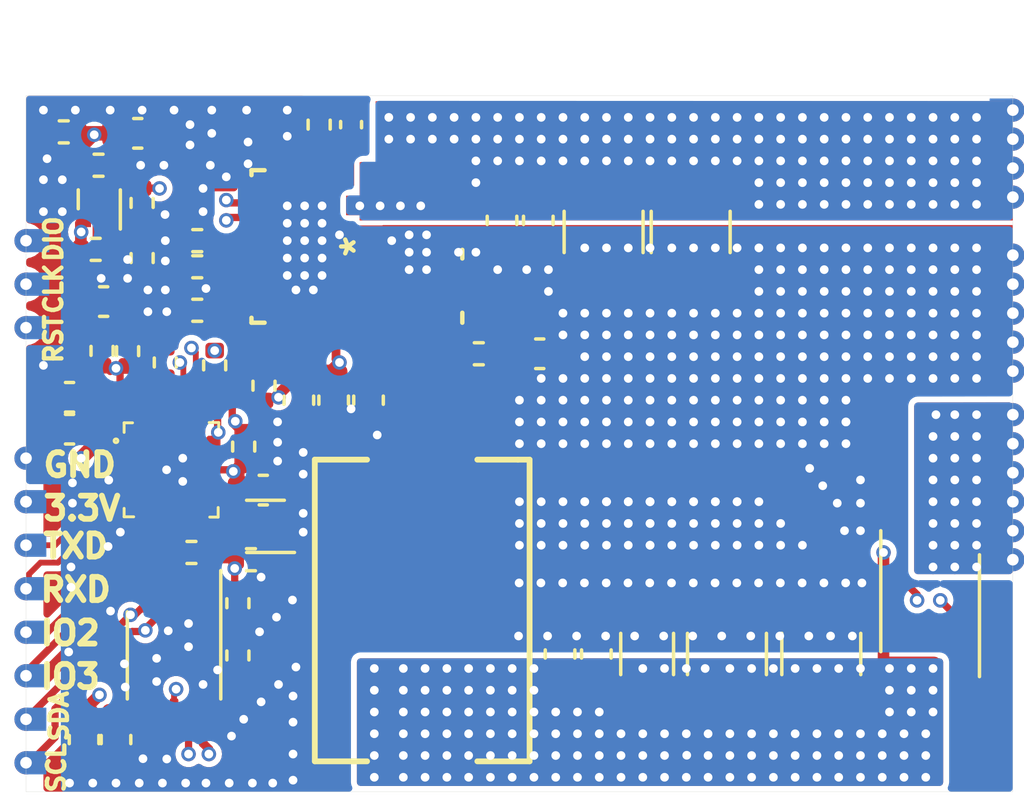
<source format=kicad_pcb>
(kicad_pcb (version 20221018) (generator pcbnew)
  (layers (0 "F.Cu" signal) (1 "In1.Cu" signal) (2 "In2.Cu" signal) (31 "B.Cu" signal) (34 "B.Paste" user) (35 "F.Paste" user) (36 "B.SilkS" user "B.Silkscreen") (37 "F.SilkS" user "F.Silkscreen") (38 "B.Mask" user) (39 "F.Mask" user) (44 "Edge.Cuts" user))
  (net 0 "")
  (net 1 "Net-(U1-NRST)")
  (net 2 "GNDA")
  (net 3 "Net-(U2-PVCC)")
  (net 4 "+5VA")
  (net 5 "Net-(C4-Pad1)")
  (net 6 "Net-(U2-PH)")
  (net 7 "Net-(U2-VSEN+)")
  (net 8 "VCC")
  (net 9 "+3.3V")
  (net 10 "Net-(C21-Pad1)")
  (net 11 "Net-(L1-Pad1)")
  (net 12 "~{PWR_EN}")
  (net 13 "Net-(Q1-D)")
  (net 14 "Net-(U1-BOOT0)")
  (net 15 "Net-(U2-RT{slash}SYNC)")
  (net 16 "Net-(U2-VSET)")
  (net 17 "Net-(U2-ADDR)")
  (net 18 "Net-(U2-BOOT)")
  (net 19 "~{SENSOR_ALERT}")
  (net 20 "Net-(U4-EN)")
  (net 21 "Net-(U4-ADJ)")
  (net 22 "I2C0_SCL")
  (net 24 "UART_TXD")
  (net 25 "UART_RXD")
  (net 26 "PWR_ALERT")
  (net 28 "I2C0_SDA")
  (net 37 "Net-(U3-Vin-)")
  (net 38 "Net-(U3-Vin+)")
  (net 40 "/VOUT")
  (net 41 "Net-(U3-A1)")
  (net 42 "GPIO2")
  (net 43 "GPIO3")
  (net 44 "SWDIO")
  (net 45 "SWCLK")
  (footprint "Resistor_SMD:R_0402_1005Metric" (layer "F.Cu") (at 126.7 91 -90)
    (fp_text reference "R6" hide)
    (fp_text value "0R")
  )
  (footprint "Capacitor_SMD:C_0603_1608Metric" (layer "F.Cu") (at 134.3 98.9)
    (fp_text reference "C21" hide)
    (fp_text value "0.1uF")
  )
  (footprint "Resistor_SMD:R_0402_1005Metric" (layer "F.Cu") (at 120.6 93.7 -90)
    (fp_text reference "R12" hide)
    (fp_text value "31.2K 1%")
  )
  (footprint "kiCadPcbLib:SLA100709SR22LTT" (layer "F.Cu") (at 130.25 107.75 -90)
    (fp_text reference "L1" hide)
    (fp_text value "0.22uH")
  )
  (footprint "Capacitor_SMD:C_0603_1608Metric" (layer "F.Cu") (at 133 94.3 -90)
    (fp_text reference "C16" hide)
    (fp_text value "0.1uF")
  )
  (footprint "Resistor_SMD:R_0402_1005Metric" (layer "F.Cu") (at 124.8 100 90)
    (fp_text reference "R7" hide)
    (fp_text value "10K")
  )
  (footprint "Capacitor_SMD:C_0603_1608Metric" (layer "F.Cu") (at 118.1 101.5 180)
    (fp_text reference "C22" hide)
    (fp_text value "0.1uF")
  )
  (footprint "Capacitor_SMD:C_1210_3225Metric" (layer "F.Cu") (at 136.5 94.7 -90)
    (fp_text reference "C14" hide)
    (fp_text value "47uF")
  )
  (footprint "Capacitor_SMD:C_0603_1608Metric" (layer "F.Cu") (at 120.45 91.3)
    (fp_text reference "C7" hide)
    (fp_text value "22uF")
  )
  (footprint "Resistor_SMD:R_0402_1005Metric" (layer "F.Cu") (at 117.9 91.25 180)
    (fp_text reference "C8" hide)
    (fp_text value "0.1uF")
  )
  (footprint "Resistor_SMD:R_0402_1005Metric" (layer "F.Cu") (at 122.5 95)
    (fp_text reference "R5" hide)
    (fp_text value "10K")
  )
  (footprint "Capacitor_SMD:C_0603_1608Metric" (layer "F.Cu") (at 118.6 112.2 -90)
    (fp_text reference "C23" hide)
    (fp_text value "0.1uF")
  )
  (footprint "Capacitor_SMD:C_1210_3225Metric" (layer "F.Cu") (at 140.75 109.25 90)
    (fp_text reference "C10" hide)
    (fp_text value "47uF")
  )
  (footprint "Package_SO:VSSOP-10_3x3mm_P0.5mm" (layer "F.Cu") (at 121.7 109.3 -90)
    (fp_text reference "U3" hide)
    (fp_text value "INA226")
  )
  (footprint "Package_TO_SOT_SMD:SOT-523" (layer "F.Cu") (at 124.85 104.85 180)
    (fp_text reference "Q1" hide)
    (fp_text value "BSS138")
  )
  (footprint "Resistor_SMD:R_0402_1005Metric" (layer "F.Cu") (at 123.9 107.5 90)
    (fp_text reference "R17" hide)
    (fp_text value "NC")
  )
  (footprint "Resistor_SMD:R_0402_1005Metric" (layer "F.Cu") (at 123.1 99.3 90)
    (fp_text reference "R15" hide)
    (fp_text value "4.7K")
  )
  (footprint "Resistor_SMD:R_0402_1005Metric" (layer "F.Cu") (at 120.1 98.81 -90)
    (fp_text reference "C1" hide)
    (fp_text value "0.1uF")
  )
  (footprint "Capacitor_SMD:C_1206_3216Metric" (layer "F.Cu") (at 138 109.25 90)
    (fp_text reference "C6" hide)
    (fp_text value "100pF")
  )
  (footprint "Capacitor_SMD:C_1210_3225Metric" (layer "F.Cu") (at 139.5 94.7 -90)
    (fp_text reference "C13" hide)
    (fp_text value "47uF")
  )
  (footprint "Resistor_SMD:R_Shunt_Vishay_WSK2512_6332Metric_T1.19mm" (layer "F.Cu") (at 147.75 107.5 -90)
    (fp_text reference "R9" hide)
    (fp_text value "20mR")
  )
  (footprint "Capacitor_SMD:C_0603_1608Metric" (layer "F.Cu") (at 118.1 100.4 180)
    (fp_text reference "C11" hide)
    (fp_text value "22uF")
  )
  (footprint "Capacitor_SMD:C_0603_1608Metric" (layer "F.Cu") (at 126 100.5 90)
    (fp_text reference "C3" hide)
    (fp_text value "1uF")
  )
  (footprint "Resistor_SMD:R_0402_1005Metric" (layer "F.Cu") (at 123.9 109.3 90)
    (fp_text reference "R18" hide)
    (fp_text value "0R")
  )
  (footprint "Capacitor_SMD:C_0603_1608Metric" (layer "F.Cu") (at 134.25 94.3 -90)
    (fp_text reference "C15" hide)
    (fp_text value "10pF")
  )
  (footprint "Capacitor_SMD:C_1210_3225Metric" (layer "F.Cu") (at 144 109.25 90)
    (fp_text reference "C12" hide)
    (fp_text value "47uF")
  )
  (footprint "Resistor_SMD:R_0402_1005Metric" (layer "F.Cu") (at 122.5 97.4)
    (fp_text reference "R3" hide)
    (fp_text value "2.87K")
  )
  (footprint "Resistor_SMD:R_0402_1005Metric" (layer "F.Cu") (at 119.22 98.8 90)
    (fp_text reference "R1" hide)
    (fp_text value "10K")
  )
  (footprint "Resistor_SMD:R_0402_1005Metric" (layer "F.Cu") (at 124.1 102.1 -90)
    (fp_text reference "R16" hide)
    (fp_text value "4.7K")
  )
  (footprint "Resistor_SMD:R_0402_1005Metric" (layer "F.Cu") (at 122.3 105.75)
    (fp_text reference "R10" hide)
    (fp_text value "10K")
  )
  (footprint "Capacitor_SMD:C_0603_1608Metric" (layer "F.Cu") (at 135 109.25 90)
    (fp_text reference "C5" hide)
    (fp_text value "0.1uF")
  )
  (footprint "Capacitor_SMD:C_0603_1608Metric" (layer "F.Cu") (at 119.275 97.1)
    (fp_text reference "C20" hide)
    (fp_text value "22uF")
  )
  (footprint "Capacitor_SMD:C_0603_1608Metric" (layer "F.Cu") (at 136.25 109.25 90)
    (fp_text reference "C9" hide)
    (fp_text value "47uF")
  )
  (footprint "kiCadPcbLib:SICI450" (layer "F.Cu") (at 128 95.2 -90)
    (fp_text reference "U2" hide)
    (fp_text value "SiC45X")
  )
  (footprint "Resistor_SMD:R_0402_1005Metric" (layer "F.Cu") (at 119 95.3)
    (fp_text reference "C19" hide)
    (fp_text value "0.1uF")
  )
  (footprint "Capacitor_SMD:C_0603_1608Metric" (layer "F.Cu") (at 128.4 100.5 90)
    (fp_text reference "C2" hide)
    (fp_text value "1uF")
  )
  (footprint "Capacitor_SMD:C_0603_1608Metric" (layer "F.Cu") (at 127.2 100.5 -90)
    (fp_text reference "C18" hide)
    (fp_text value "0.1uF")
  )
  (footprint "Resistor_SMD:R_0402_1005Metric" (layer "F.Cu") (at 120.6 95.6 90)
    (fp_text reference "R13" hide)
    (fp_text value "10K 1%")
  )
  (footprint "Resistor_SMD:R_0402_1005Metric" (layer "F.Cu") (at 124.35 106)
    (fp_text reference "R8" hide)
    (fp_text value "10K")
  )
  (footprint "Capacitor_SMD:C_0603_1608Metric" (layer "F.Cu") (at 124.775 103.6)
    (fp_text reference "C17" hide)
    (fp_text value "0.1uF")
  )
  (footprint "Capacitor_SMD:C_0402_1005Metric" (layer "F.Cu") (at 127.8 91 -90)
    (fp_text reference "C4" hide)
    (fp_text value "0.1uF")
  )
  (footprint "Package_DFN_QFN:DFN-6_1.3x1.2mm_P0.4mm" (layer "F.Cu") (at 119.1 93.9 90)
    (fp_text reference "U4" hide)
    (fp_text value "LDK130-ADJ_DFN6")
  )
  (footprint "Resistor_SMD:R_0402_1005Metric" (layer "F.Cu") (at 132.2 98.9)
    (fp_text reference "R14" hide)
    (fp_text value "1K")
  )
  (footprint "Resistor_SMD:R_0402_1005Metric" (layer "F.Cu") (at 121.4 99.2 -90)
    (fp_text reference "R2" hide)
    (fp_text value "0R")
  )
  (footprint "Resistor_SMD:R_0402_1005Metric" (layer "F.Cu") (at 122.5 95.9)
    (fp_text reference "R4" hide)
    (fp_text value "2.32K")
  )
  (footprint "Resistor_SMD:R_0402_1005Metric" (layer "F.Cu") (at 119.1 92.4 180)
    (fp_text reference "R11" hide)
    (fp_text value "10K")
  )
  (footprint "Capacitor_SMD:C_0603_1608Metric" (layer "F.Cu") (at 119.7 112.2 -90)
    (fp_text reference "C24" hide)
    (fp_text value "0.1uF")
  )
  (footprint "kiCadPcbLib:LGA20_3X3mm" (layer "F.Cu") (at 121.6 102.9)
    (fp_text reference "U1" hide)
    (fp_text value "GD32E230F4V6TR")
  )
  (gr_poly (pts (xy 128.65 90.2) (xy 150.55 90.2) (xy 150.6 92.9) (xy 128.7 92.9)) (stroke (width 0.01)) (fill solid) (layer "F.Cu"))
  (gr_poly (pts (xy 128.1 92.3) (xy 150.6 92.3) (xy 150.6 94.3) (xy 128.1 94.3)) (stroke (width 0.01)) (fill solid) (layer "F.Cu"))
  (gr_poly (pts (xy 132.35 96.85) (xy 132.35 102.9) (xy 129.15 102.9) (xy 129.15 98.85) (xy 128.75 98.85) (xy 128.75 96.85)) (stroke (width 0.01)) (fill solid) (layer "F.Cu"))
  (gr_poly (pts (xy 150.59 94.47) (xy 150.59 100.12) (xy 145.69 100.12) (xy 145.69 108.77) (xy 133.04 108.82) (xy 133.04 99.82) (xy 134.24 99.82) (xy 134.24 96.57) (xy 128.89 96.57) (xy 128.89 94.47)) (stroke (width 0.01)) (fill solid) (layer "F.Cu"))
  (gr_poly (pts (xy 119.3 94) (xy 119.3 94.8) (xy 119.8 94.8) (xy 119.8 95.1) (xy 118.9 95.1) (xy 118.9 94)) (stroke (width 0.01)) (fill solid) (layer "F.Cu"))
  (gr_poly (pts (xy 132.35 102.25) (xy 132.35 105.85) (xy 128.4 105.85) (xy 128.4 102.25)) (stroke (width 0.01)) (fill solid) (layer "F.Cu"))
  (gr_poly (pts (xy 126.5 92.3) (xy 126.5 93.8) (xy 126.05 93.8) (xy 126.05 92.3)) (stroke (width 0.01)) (fill solid) (layer "F.Cu"))
  (gr_poly (pts (xy 125.66 96.01) (xy 125.64 96.43) (xy 123.69 96.43) (xy 123.72 96.01)) (stroke (width 0.01)) (fill solid) (layer "F.Cu"))
  (gr_rect (start 116.6 90) (end 150.6 114) (stroke (width 0.01)) (fill none) (layer "Edge.Cuts"))
  (gr_text "IO2\n" (at 117 109) (layer "F.SilkS") (effects (font (size 0.8 0.8) (thickness 0.2) bold) (justify left bottom)))
  (gr_text "SCL" (at 118 114.1 90) (layer "F.SilkS") (effects (font (size 0.6 0.6)) (justify left bottom)))
  (gr_text "IO3\n" (at 117 110.5) (layer "F.SilkS") (effects (font (size 0.8 0.8) (thickness 0.2) bold) (justify left bottom)))
  (gr_text "SDA" (at 118.09 112.34058 90) (layer "F.SilkS") (effects (font (size 0.6 0.6)) (justify left bottom)))
  (gr_text "CLK" (at 117.9 97.6 90) (layer "F.SilkS") (effects (font (size 0.6 0.6)) (justify left bottom)))
  (gr_text "RST" (at 117.9 99.3 90) (layer "F.SilkS") (effects (font (size 0.6 0.6)) (justify left bottom)))
  (gr_text "DIO" (at 117.9 95.8 90) (layer "F.SilkS") (effects (font (size 0.6 0.6)) (justify left bottom)))
  (gr_text "GND		" (at 117.1 103.2) (layer "F.SilkS") (effects (font (size 0.8 0.8) (thickness 0.2) bold) (justify left bottom)))
  (gr_text "RXD" (at 117 107.5) (layer "F.SilkS") (effects (font (size 0.8 0.8) (thickness 0.2) bold) (justify left bottom)))
  (gr_text "TXD" (at 117.1 106) (layer "F.SilkS") (effects (font (size 0.8 0.8) (thickness 0.2) bold) (justify left bottom)))
  (gr_text "3.3V\n" (at 117.1 104.7) (layer "F.SilkS") (effects (font (size 0.8 0.8) (thickness 0.2) bold) (justify left bottom)))
  (segment (start 119.84 101.54) (end 119.84 99.48) (width 0.25) (layer "F.Cu") (net 1))
  (segment (start 119.53 99.48) (end 119.5 99.51) (width 0.25) (layer "F.Cu") (net 1))
  (segment (start 119.84 99.48) (end 119.53 99.48) (width 0.25) (layer "F.Cu") (net 1))
  (segment (start 120.2 101.9) (end 119.84 101.54) (width 0.25) (layer "F.Cu") (net 1))
  (via (at 116.6 98) (size 0.8) (drill 0.4) (layers "F.Cu" "B.Cu") (net 1))
  (via (at 119.7 99.4) (size 0.5) (drill 0.3) (layers "F.Cu" "B.Cu") (net 1))
  (segment (start 120.6 96.11) (end 121.78 96.11) (width 0.25) (layer "F.Cu") (net 2))
  (segment (start 144.1 99.5) (end 150.475 99.5) (width 0.25) (layer "F.Cu") (net 2))
  (segment (start 121.99 95.9) (end 121.99 97.4) (width 0.25) (layer "F.Cu") (net 2))
  (segment (start 135.525 97.15) (end 135.525 99.2) (width 0.25) (layer "F.Cu") (net 2))
  (segment (start 122 109.81) (end 120.84 109.81) (width 0.25) (layer "F.Cu") (net 2))
  (segment (start 117.325 101.975) (end 116.8 102.5) (width 0.4) (layer "F.Cu") (net 2))
  (segment (start 126 101.275) (end 125.645 101.63) (width 0.25) (layer "F.Cu") (net 2))
  (segment (start 143.5 100.1) (end 144.1 99.5) (width 0.25) (layer "F.Cu") (net 2))
  (segment (start 124.1 91.4) (end 122.3 93.2) (width 0.2) (layer "F.Cu") (net 2))
  (segment (start 123.9 109.81) (end 122 109.81) (width 0.25) (layer "F.Cu") (net 2))
  (segment (start 121.99 96.49) (end 121.99 95) (width 0.25) (layer "F.Cu") (net 2))
  (segment (start 125.645 103.9) (end 125.395 104.15) (width 0.25) (layer "F.Cu") (net 2))
  (segment (start 135.525 105.3) (end 135.525 99.2) (width 0.25) (layer "F.Cu") (net 2))
  (segment (start 120.05 97.1) (end 121.69 97.1) (width 0.25) (layer "F.Cu") (net 2))
  (segment (start 144 105.95) (end 144 100.6) (width 0.25) (layer "F.Cu") (net 2))
  (segment (start 123.4 96.6) (end 122.1 96.6) (width 0.25) (layer "F.Cu") (net 2))
  (segment (start 132.525 95.075) (end 132.2116 94.7616) (width 0.2) (layer "F.Cu") (net 2))
  (segment (start 144.25 105.7) (end 145.4 105.7) (width 0.25) (layer "F.Cu") (net 2))
  (segment (start 121.78 96.11) (end 121.99 95.9) (width 0.25) (layer "F.Cu") (net 2))
  (segment (start 124.4948 96.20076) (end 123.79924 96.20076) (width 0.25) (layer "F.Cu") (net 2))
  (segment (start 122.3 91.8) (end 122.3 93.2) (width 0.25) (layer "F.Cu") (net 2))
  (segment (start 137.3 108.475) (end 138 107.775) (width 0.25) (layer "F.Cu") (net 2))
  (segment (start 136.5 96.175) (end 135.525 97.15) (width 0.25) (layer "F.Cu") (net 2))
  (segment (start 122.2 109.61) (end 122 109.81) (width 0.25) (layer "F.Cu") (net 2))
  (segment (start 124.4948 96.20076) (end 124.92672 96.20076) (width 0.25) (layer "F.Cu") (net 2))
  (segment (start 119.51 95.3) (end 119.79 95.3) (width 0.25) (layer "F.Cu") (net 2))
  (segment (start 117.325 102) (end 117.325 92.175) (width 0.25) (layer "F.Cu") (net 2))
  (segment (start 133.7 96.175) (end 133 95.475) (width 0.25) (layer "F.Cu") (net 2))
  (segment (start 122.3 93.2) (end 121.99 93.51) (width 0.2) (layer "F.Cu") (net 2))
  (segment (start 123.79924 96.20076) (end 123.4 96.6) (width 0.4) (layer "F.Cu") (net 2))
  (segment (start 122.1 96.6) (end 121.99 96.49) (width 0.25) (layer "F.Cu") (net 2))
  (segment (start 122.2 107.1) (end 122.2 109.61) (width 0.25) (layer "F.Cu") (net 2))
  (segment (start 133 95.075) (end 132.525 95.075) (width 0.2) (layer "F.Cu") (net 2))
  (segment (start 144 107.775) (end 144 105.95) (width 0.25) (layer "F.Cu") (net 2))
  (segment (start 135 108.475) (end 136.25 108.475) (width 0.25) (layer "F.Cu") (net 2))
  (segment (start 136.25 108.475) (end 137.3 108.475) (width 0.25) (layer "F.Cu") (net 2))
  (segment (start 125.645 101.63) (end 125.645 103.9) (width 0.25) (layer "F.Cu") (net 2))
  (segment (start 128.4 101.275) (end 126 101.275) (width 0.25) (layer "F.Cu") (net 2))
  (segment (start 144 105.95) (end 144.25 105.7) (width 0.25) (layer "F.Cu") (net 2))
  (segment (start 139.5 96.175) (end 136.5 96.175) (width 0.25) (layer "F.Cu") (net 2))
  (segment (start 132.2116 94.7616) (end 132.2116 94.7301) (width 0.2) (layer "F.Cu") (net 2))
  (segment (start 117.325 101.5) (end 117.325 101.975) (width 0.4) (layer "F.Cu") (net 2))
  (segment (start 121.99 93.51) (end 121.99 95) (width 0.2) (layer "F.Cu") (net 2))
  (segment (start 144 107.775) (end 138 107.775) (width 0.25) (layer "F.Cu") (net 2))
  (segment (start 120.625 110.025) (end 121.2 110.6) (width 0.2) (layer "F.Cu") (net 2))
  (segment (start 119.79 95.3) (end 120.6 96.11) (width 0.25) (layer "F.Cu") (net 2))
  (segment (start 133 95.475) (end 134.25 95.475) (width 0.25) (layer "F.Cu") (net 2))
  (segment (start 121.69 97.1) (end 121.99 97.4) (width 0.25) (layer "F.Cu") (net 2))
  (segment (start 123.5 93.600497) (end 123.598363 93.69886) (width 0.25) (layer "F.Cu") (net 2))
  (segment (start 144 100.6) (end 143.5 100.1) (width 0.25) (layer "F.Cu") (net 2))
  (segment (start 121.2 110.6) (end 121.2 111.5) (width 0.2) (layer "F.Cu") (net 2))
  (segment (start 120.84 109.81) (end 120.625 110.025) (width 0.25) (layer "F.Cu") (net 2))
  (segment (start 123.598363 93.69886) (end 124.4948 93.69886) (width 0.25) (layer "F.Cu") (net 2))
  (segment (start 138 107.775) (end 135.525 105.3) (width 0.25) (layer "F.Cu") (net 2))
  (segment (start 125.6 91.4) (end 124.1 91.4) (width 0.2) (layer "F.Cu") (net 2))
  (segment (start 136.5 96.175) (end 133.7 96.175) (width 0.25) (layer "F.Cu") (net 2))
  (via (at 148.6 96) (size 0.5) (drill 0.3) (layers "F.Cu" "B.Cu") (net 2))
  (via (at 137.57 108.63) (size 0.5) (drill 0.3) (layers "F.Cu" "B.Cu") (net 2))
  (via (at 145.07 108.63) (size 0.5) (drill 0.3) (layers "F.Cu" "B.Cu") (net 2))
  (via (at 144.85 98.25) (size 0.5) (drill 0.3) (layers "F.Cu" "B.Cu") (net 2))
  (via (at 120.63 112.86) (size 0.5) (drill 0.3) (layers "F.Cu" "B.Cu") (net 2))
  (via (at 135.85 102) (size 0.5) (drill 0.3) (layers "F.Cu" "B.Cu") (net 2))
  (via (at 136.6 95.25) (size 0.5) (drill 0.3) (layers "F.Cu" "B.Cu") (net 2))
  (via (at 137.35 101.25) (size 0.5) (drill 0.3) (layers "F.Cu" "B.Cu") (net 2))
  (via (at 126.8 95.6) (size 0.5) (drill 0.3) (layers "F.Cu" "B.Cu") (net 2))
  (via (at 139.6 101.25) (size 0.5) (drill 0.3) (layers "F.Cu" "B.Cu") (net 2))
  (via (at 138.1 104) (size 0.5) (drill 0.3) (layers "F.Cu" "B.Cu") (net 2))
  (via (at 134.34 106.8) (size 0.5) (drill 0.3) (layers "F.Cu" "B.Cu") (net 2))
  (via (at 128.7 101.7) (size 0.5) (drill 0.3) (layers "F.Cu" "B.Cu") (net 2))
  (via (at 149.35 95.25) (size 0.5) (drill 0.3) (layers "F.Cu" "B.Cu") (net 2))
  (via (at 124.4 113.7) (size 0.5) (drill 0.3) (layers "F.Cu" "B.Cu") (net 2))
  (via (at 143.35 101.25) (size 0.5) (drill 0.3) (layers "F.Cu" "B.Cu") (net 2))
  (via (at 126.8 93.8) (size 0.5) (drill 0.3) (layers "F.Cu" "B.Cu") (net 2))
  (via (at 140.35 102) (size 0.5) (drill 0.3) (layers "F.Cu" "B.Cu") (net 2))
  (via (at 147.1 97.5) (size 0.5) (drill 0.3) (layers "F.Cu" "B.Cu") (net 2))
  (via (at 136.6 98.25) (size 0.5) (drill 0.3) (layers "F.Cu" "B.Cu") (net 2))
  (via (at 149.35 96) (size 0.5) (drill 0.3) (layers "F.Cu" "B.Cu") (net 2))
  (via (at 134.6 96) (size 0.5) (drill 0.3) (layers "F.Cu" "B.Cu") (net 2))
  (via (at 134.35 99.75) (size 0.5) (drill 0.3) (layers "F.Cu" "B.Cu") (net 2))
  (via (at 138.85 104) (size 0.5) (drill 0.3) (layers "F.Cu" "B.Cu") (net 2))
  (via (at 124.2 90.5) (size 0.5) (drill 0.3) (layers "F.Cu" "B.Cu") (net 2))
  (via (at 118.15 106.95) (size 0.5) (drill 0.3) (layers "F.Cu" "B.Cu") (net 2))
  (via (at 134.35 104.75) (size 0.5) (drill 0.3) (layers "F.Cu" "B.Cu") (net 2))
  (via (at 138.85 105.5) (size 0.5) (drill 0.3) (layers "F.Cu" "B.Cu") (net 2))
  (via (at 136.59 106.8) (size 0.5) (drill 0.3) (layers "F.Cu" "B.Cu") (net 2))
  (via (at 139.6 100.5) (size 0.5) (drill 0.3) (layers "F.Cu" "B.Cu") (net 2))
  (via (at 134.6 96.75) (size 0.5) (drill 0.3) (layers "F.Cu" "B.Cu") (net 2))
  (via (at 136.6 99.75) (size 0.5) (drill 0.3) (layers "F.Cu" "B.Cu") (net 2))
  (via (at 136.6 102) (size 0.5) (drill 0.3) (layers "F.Cu" "B.Cu") (net 2))
  (via (at 145.35 103.25) (size 0.5) (drill 0.3) (layers "F.Cu" "B.Cu") (net 2))
  (via (at 138.1 99) (size 0.5) (drill 0.3) (layers "F.Cu" "B.Cu") (net 2))
  (via (at 133.6 104.75) (size 0.5) (drill 0.3) (layers "F.Cu" "B.Cu") (net 2))
  (via (at 124.7 106.6) (size 0.5) (drill 0.3) (layers "F.Cu" "B.Cu") (net 2))
  (via (at 141.85 104.75) (size 0.5) (drill 0.3) (layers "F.Cu" "B.Cu") (net 2))
  (via (at 142.6 100.5) (size 0.5) (drill 0.3) (layers "F.Cu" "B.Cu") (net 2))
  (via (at 139.6 104) (size 0.5) (drill 0.3) (layers "F.Cu" "B.Cu") (net 2))
  (via (at 122.25 91) (size 0.5) (drill 0.3) (layers "F.Cu" "B.Cu") (net 2))
  (via (at 137.35 99.75) (size 0.5) (drill 0.3) (layers "F.Cu" "B.Cu") (net 2))
  (via (at 141.85 99) (size 0.5) (drill 0.3) (layers "F.Cu" "B.Cu") (net 2))
  (via (at 138.85 95.25) (size 0.5) (drill 0.3) (layers "F.Cu" "B.Cu") (net 2))
  (via (at 139.6 97.5) (size 0.5) (drill 0.3) (layers "F.Cu" "B.Cu") (net 2))
  (via (at 138.85 104.75) (size 0.5) (drill 0.3) (layers "F.Cu" "B.Cu") (net 2))
  (via (at 122.8 96.65) (size 0.5) (drill 0.3) (layers "F.Cu" "B.Cu") (net 2))
  (via (at 145.35 104.05) (size 0.5) (drill 0.3) (layers "F.Cu" "B.Cu") (net 2))
  (via (at 142.6 97.5) (size 0.5) (drill 0.3) (layers "F.Cu" "B.Cu") (net 2))
  (via (at 138.1 100.5) (size 0.5) (drill 0.3) (layers "F.Cu" "B.Cu") (net 2))
  (via (at 148.6 95.25) (size 0.5) (drill 0.3) (layers "F.Cu" "B.Cu") (net 2))
  (via (at 138.1 104) (size 0.5) (drill 0.3) (layers "F.Cu" "B.Cu") (net 2))
  (via (at 123 90.5) (size 0.5) (drill 0.3) (layers "F.Cu" "B.Cu") (net 2))
  (via (at 126.2 96.2) (size 0.5) (drill 0.3) (layers "F.Cu" "B.Cu") (net 2))
  (via (at 119.85 105.0495) (size 0.5) (drill 0.3) (layers "F.Cu" "B.Cu") (net 2))
  (via (at 120.55 92.4) (size 0.5) (drill 0.3) (layers "F.Cu" "B.Cu") (net 2))
  (via (at 146.35 98.25) (size 0.5) (drill 0.3) (layers "F.Cu" "B.Cu") (net 2))
  (via (at 138.1 104.75) (size 0.5) (drill 0.3) (layers "F.Cu" "B.Cu") (net 2))
  (via (at 135.1 104) (size 0.5) (drill 0.3) (layers "F.Cu" "B.Cu") (net 2))
  (via (at 137.35 100.5) (size 0.5) (drill 0.3) (layers "F.Cu" "B.Cu") (net 2))
  (via (at 130.4 96) (size 0.5) (drill 0.3) (layers "F.Cu" "B.Cu") (net 2))
  (via (at 122 103.3) (size 0.5) (drill 0.3) (layers "F.Cu" "B.Cu") (net 2))
  (via (at 135.85 98.25) (size 0.5) (drill 0.3) (layers "F.Cu" "B.Cu") (net 2))
  (via (at 124.25 91.6) (size 0.5) (drill 0.3) (layers "F.Cu" "B.Cu") (net 2))
  (via (at 136.6 104.75) (size 0.5) (drill 0.3) (layers "F.Cu" "B.Cu") (net 2))
  (via (at 135.1 97.5) (size 0.5) (drill 0.3) (layers "F.Cu" "B.Cu") (net 2))
  (via (at 135.57 108.63) (size 0.5) (drill 0.3) (layers "F.Cu" "B.Cu") (net 2))
  (via (at 138.85 97.5) (size 0.5) (drill 0.3) (layers "F.Cu" "B.Cu") (net 2))
  (via (at 137.35 104) (size 0.5) (drill 0.3) (layers "F.Cu" "B.Cu") (net 2))
  (via (at 137.34 106.8) (size 0.5) (drill 0.3) (layers "F.Cu" "B.Cu") (net 2))
  (via (at 144.85 101.25) (size 0.5) (drill 0.3) (layers "F.Cu" "B.Cu") (net 2))
  (via (at 136.6 104) (size 0.5) (drill 0.3) (layers "F.Cu" "B.Cu") (net 2))
  (via (at 141.1 104) (size 0.5) (drill 0.3) (layers "F.Cu" "B.Cu") (net 2))
  (via (at 125.8 113.6) (size 0.5) (drill 0.3) (layers "F.Cu" "B.Cu") (net 2))
  (via (at 122.8 113.7) (size 0.5) (drill 0.3) (layers "F.Cu" "B.Cu") (net 2))
  (via (at 147.1 96) (size 0.5) (drill 0.3) (layers "F.Cu" "B.Cu") (net 2))
  (via (at 125.23 107.98) (size 0.5) (drill 0.3) (layers "F.Cu" "B.Cu") (net 2))
  (via (at 134.57 108.63) (size 0.5) (drill 0.3) (layers "F.Cu" "B.Cu") (net 2))
  (via (at 144.1 96.75) (size 0.5) (drill 0.3) (layers "F.Cu" "B.Cu") (net 2))
  (via (at 121.442984 102.9) (size 0.5) (drill 0.3) (layers "F.Cu" "B.Cu") (net 2))
  (via (at 124.1 111.5) (size 0.5) (drill 0.3) (layers "F.Cu" "B.Cu") (net 2))
  (via (at 144.84 106.8) (size 0.5) (drill 0.3) (layers "F.Cu" "B.Cu") (net 2))
  (via (at 126.15 104.4) (size 0.5) (drill 0.3) (layers "F.Cu" "B.Cu") (net 2))
  (via (at 136.6 99) (size 0.5) (drill 0.3) (layers "F.Cu" "B.Cu") (net 2))
  (via (at 116.6 102.5) (size 0.8) (drill 0.4) (layers "F.Cu" "B.Cu") (net 2))
  (via (at 119.1895 96.3) (size 0.5) (drill 0.3) (layers "F.Cu" "B.Cu") (net 2))
  (via (at 122.25 91.7) (size 0.5) (drill 0.3) (layers "F.Cu" "B.Cu") (net 2))
  (via (at 136.57 108.63) (size 0.5) (drill 0.3) (layers "F.Cu" "B.Cu") (net 2))
  (via (at 148.6 99) (size 0.5) (drill 0.3) (layers "F.Cu" "B.Cu") (net 2))
  (via (at 122.2 109) (size 0.5) (drill 0.3) (layers "F.Cu" "B.Cu") (net 2))
  (via (at 141.57 108.63) (size 0.5) (drill 0.3) (layers "F.Cu" "B.Cu") (net 2))
  (via (at 140.35 100.5) (size 0.5) (drill 0.3) (layers "F.Cu" "B.Cu") (net 2))
  (via (at 137.35 104.75) (size 0.5) (drill 0.3) (layers "F.Cu" "B.Cu") (net 2))
  (via (at 143.35 102) (size 0.5) (drill 0.3) (layers "F.Cu" "B.Cu") (net 2))
  (via (at 142.6 98.25) (size 0.5) (drill 0.3) (layers "F.Cu" "B.Cu") (net 2))
  (via (at 135.85 104) (size 0.5) (drill 0.3) (layers "F.Cu" "B.Cu") (net 2))
  (via (at 141.1 102) (size 0.5) (drill 0.3) (layers "F.Cu" "B.Cu") (net 2))
  (via (at 141.1 101.25) (size 0.5) (drill 0.3) (layers "F.Cu" "B.Cu") (net 2))
  (via (at 143.35 95.25) (size 0.5) (drill 0.3) (layers "F.Cu" "B.Cu") (net 2))
  (via (at 121.4 95) (size 0.5) (drill 0.3) (layers "F.Cu" "B.Cu") (net 2))
  (via (at 135.1 104.75) (size 0.5) (drill 0.3) (layers "F.Cu" "B.Cu") (net 2))
  (via (at 146.35 96) (size 0.5) (drill 0.3) (layers "F.Cu" "B.Cu") (net 2))
  (via (at 144.05 103.45) (size 0.5) (drill 0.3) (layers "F.Cu" "B.Cu") (net 2))
  (via (at 133.57 108.63) (size 0.5) (drill 0.3) (layers "F.Cu" "B.Cu") (net 2))
  (via (at 150.6 99.5) (size 0.8) (drill 0.4) (layers "F.Cu" "B.Cu") (net 2))
  (via (at 132.1 95.4) (size 0.5) (drill 0.3) (layers "F.Cu" "B.Cu") (net 2))
  (via (at 144.1 96) (size 0.5) (drill 0.3) (layers "F.Cu" "B.Cu") (net 2))
  (via (at 140.35 101.25) (size 0.5) (drill 0.3) (layers "F.Cu" "B.Cu") (net 2))
  (via (at 140.35 97.5) (size 0.5) (drill 0.3) (layers "F.Cu" "B.Cu") (net 2))
  (via (at 117.2 99.3) (size 0.5) (drill 0.3) (layers "F.Cu" "B.Cu") (net 2))
  (via (at 140.57 108.63) (size 0.5) (drill 0.3) (layers "F.Cu" "B.Cu") (net 2))
  (via (at 139.6 104) (size 0.5) (drill 0.3) (layers "F.Cu" "B.Cu") (net 2))
  (via (at 126.2 95) (size 0.5) (drill 0.3) (layers "F.Cu" "B.Cu") (net 2))
  (via (at 125.6 94.4) (size 0.5) (drill 0.3) (layers "F.Cu" "B.Cu") (net 2))
  (via (at 121.1 109.4) (size 0.5) (drill 0.3) (layers "F.Cu" "B.Cu") (net 2))
  (via (at 143.35 105.5) (size 0.5) (drill 0.3) (layers "F.Cu" "B.Cu") (net 2))
  (via (at 138.85 99.75) (size 0.5) (drill 0.3) (layers "F.Cu" "B.Cu") (net 2))
  (via (at 140.35 95.25) (size 0.5) (drill 0.3) (layers "F.Cu" "B.Cu") (net 2))
  (via (at 134.35 100.5) (size 0.5) (drill 0.3) (layers "F.Cu" "B.Cu") (net 2))
  (via (at 122.7 94) (size 0.5) (drill 0.3) (layers "F.Cu" "B.Cu") (net 2))
  (via (at 148.6 96.75) (size 0.5) (drill 0.3) (layers "F.Cu" "B.Cu") (net 2))
  (via (at 138.57 108.63) (size 0.5) (drill 0.3) (layers "F.Cu" "B.Cu") (net 2))
  (via (at 121.7 90.5) (size 0.5) (drill 0.3) (layers "F.Cu" "B.Cu") (net 2))
  (via (at 135.1 100.5) (size 0.5) (drill 0.3) (layers "F.Cu" "B.Cu") (net 2))
  (via (at 140.35 99.75) (size 0.5) (drill 0.3) (layers "F.Cu" "B.Cu") (net 2))
  (via (at 135.1 99.75) (size 0.5) (drill 0.3) (layers "F.Cu" "B.Cu") (net 2))
  (via (at 141.85 95.25) (size 0.5) (drill 0.3) (layers "F.Cu" "B.Cu") (net 2))
  (via (at 138.1 105.5) (size 0.5) (drill 0.3) (layers "F.Cu" "B.Cu") (net 2))
  (via (at 142.6 105.5) (size 0.5) (drill 0.3) (layers "F.Cu" "B.Cu") (net 2))
  (via (at 120.8 97.45) (size 0.5) (drill 0.3) (layers "F.Cu" "B.Cu") (net 2))
  (via (at 134.35 104) (size 0.5) (drill 0.3) (layers "F.Cu" "B.Cu") (net 2))
  (via (at 133.59 106.8) (size 0.5) (drill 0.3) (layers "F.Cu" "B.Cu") (net 2))
  (via (at 142.6 104.75) (size 0.5) (drill 0.3) (layers "F.Cu" "B.Cu") (net 2))
  (via (at 147.85 96.75) (size 0.5) (drill 0.3) (layers "F.Cu" "B.Cu") (net 2))
  (via (at 134.35 101.25) (size 0.5) (drill 0.3) (layers "F.Cu" "B.Cu") (net 2))
  (via (at 117.2 90.5) (size 0.5) (drill 0.3) (layers "F.Cu" "B.Cu") (net 2))
  (via (at 137.35 99) (size 0.5) (drill 0.3) (layers "F.Cu" "B.Cu") (net 2))
  (via (at 125.6 96.2) (size 0.5) (drill 0.3) (layers "F.Cu" "B.Cu") (net 2))
  (via (at 135.85 104) (size 0.5) (drill 0.3) (layers "F.Cu" "B.Cu") (net 2))
  (via (at 136.6 104) (size 0.5) (drill 0.3) (layers "F.Cu" "B.Cu") (net 2))
  (via (at 140.35 104.75) (size 0.5) (drill 0.3) (layers "F.Cu" "B.Cu") (net 2))
  (via (at 138.1 98.25) (size 0.5) (drill 0.3) (layers "F.Cu" "B.Cu") (net 2))
  (via (at 121.35 92.4) (size 0.5) (drill 0.3) (layers "F.Cu" "B.Cu") (net 2))
  (via (at 121.4 96.7) (size 0.5) (drill 0.3) (layers "F.Cu" "B.Cu") (net 2))
  (via (at 144.85 102) (size 0.5) (drill 0.3) (layers "F.Cu" "B.Cu") (net 2))
  (via (at 148.6 99.75) (size 0.5) (drill 0.3) (layers "F.Cu" "B.Cu") (net 2))
  (via (at 133.6 105.5) (size 0.5) (drill 0.3) (layers "F.Cu" "B.Cu") (net 2))
  (via (at 122.6995 93.2) (size 0.5) (drill 0.3) (layers "F.Cu" "B.Cu") (net 2))
  (via (at 141.84 106.8) (size 0.5) (drill 0.3) (layers "F.Cu" "B.Cu") (net 2))
  (via (at 133.6 101.25) (size 0.5) (drill 0.3) (layers "F.Cu" "B.Cu") (net 2))
  (via (at 137.35 102) (size 0.5) (drill 0.3) (layers "F.Cu" "B.Cu") (net 2))
  (via (at 147.1 96.75) (size 0.5) (drill 0.3) (layers "F.Cu" "B.Cu") (net 2))
  (via (at 120.1 96.3) (size 0.5) (drill 0.3) (layers "F.Cu" "B.Cu") (net 2))
  (via (at 136.6 105.5) (size 0.5) (drill 0.3) (layers "F.Cu" "B.Cu") (net 2))
  (via (at 139.6 99.75) (size 0.5) (drill 0.3) (layers "F.Cu" "B.Cu") (net 2))
  (via (at 141.1 97.5) (size 0.5) (drill 0.3) (layers "F.Cu" "B.Cu") (net 2))
  (via (at 138.85 98.25) (size 0.5) (drill 0.3) (layers "F.Cu" "B.Cu") (net 2))
  (via (at 145.35 105) (size 0.5) (drill 0.3) (layers "F.Cu" "B.Cu") (net 2))
  (via (at 126.15 103.05) (size 0.5) (drill 0.3) (layers "F.Cu" "B.Cu") (net 2))
  (via (at 135.85 105.5) (size 0.5) (drill 0.3) (layers "F.Cu" "B.Cu") (net 2))
  (via (at 138.1 105.5) (size 0.5) (drill 0.3) (layers "F.Cu" "B.Cu") (net 2))
  (via (at 117.325 92.175) (size 0.5) (drill 0.3) (layers "F.Cu" "B.Cu") (net 2))
  (via (at 117.85 94) (size 0.5) (drill 0.3) (layers "F.Cu" "B.Cu") (net 2))
  (via (at 126.8 95) (size 0.5) (drill 0.3) (layers "F.Cu" "B.Cu") (net 2))
  (via (at 137.35 104.75) (size 0.5) (drill 0.3) (layers "F.Cu" "B.Cu") (net 2))
  (via (at 143.57 108.63) (size 0.5) (drill 0.3) (layers "F.Cu" "B.Cu") (net 2))
  (via (at 149.35 99) (size 0.5) (drill 0.3) (layers "F.Cu" "B.Cu") (net 2))
  (via (at 126.5 96.7) (size 0.5) (drill 0.3) (layers "F.Cu" "B.Cu") (net 2))
  (via (at 150.6 95.5) (size 0.8) (drill 0.4) (layers "F.Cu" "B.Cu") (net 2))
  (via (at 125.8 110.7) (size 0.5) (drill 0.3) (layers "F.Cu" "B.Cu") (net 2))
  (via (at 137.35 104) (size 0.5) (drill 0.3) (layers "F.Cu" "B.Cu") (net 2))
  (via (at 138.1 97.5) (size 0.5) (drill 0.3) (layers "F.Cu" "B.Cu") (net 2))
  (via (at 137.35 105.5) (size 0.5) (drill 0.3) (layers "F.Cu" "B.Cu") (net 2))
  (via (at 124.25 92.35) (size 0.5) (drill 0.3) (layers "F.Cu" "B.Cu") (net 2))
  (via (at 121.4 95.7) (size 0.5) (drill 0.3) (layers "F.Cu" "B.Cu") (net 2))
  (via (at 135.85 95.25) (size 0.5) (drill 0.3) (layers "F.Cu" "B.Cu") (net 2))
  (via (at 138.85 99) (size 0.5) (drill 0.3) (layers "F.Cu" "B.Cu") (net 2))
  (via (at 140.35 104) (size 0.5) (drill 0.3) (layers "F.Cu" "B.Cu") (net 2))
  (via (at 146.35 96.75) (size 0.5) (drill 0.3) (layers "F.Cu" "B.Cu") (net 2))
  (via (at 136.6 101.25) (size 0.5) (drill 0.3) (layers "F.Cu" "B.Cu") (net 2))
  (via (at 122.2 108.2) (size 0.5) (drill 0.3) (layers "F.Cu" "B.Cu") (net 2))
  (via (at 126.2 93.8) (size 0.5) (drill 0.3) (layers "F.Cu" "B.Cu") (net 2))
  (via (at 144.1 95.25) (size 0.5) (drill 0.3) (layers "F.Cu" "B.Cu") (net 2))
  (via (at 138.85 100.5) (size 0.5) (drill 0.3) (layers "F.Cu" "B.Cu") (net 2))
  (via (at 142.6 96.75) (size 0.5) (drill 0.3) (layers "F.Cu" "B.Cu") (net 2))
  (via (at 135.1 102) (size 0.5) (drill 0.3) (layers "F.Cu" "B.Cu") (net 2))
  (via (at 140.34 106.8) (size 0.5) (drill 0.3) (layers "F.Cu" "B.Cu") (net 2))
  (via (at 141.1 99) (size 0.5) (drill 0.3) (layers "F.Cu" "B.Cu") (net 2))
  (via (at 135.85 101.25) (size 0.5) (drill 0.3) (layers "F.Cu" "B.Cu") (net 2))
  (via (at 122.1 113.7) (size 0.5) (drill 0.3) (layers "F.Cu" "B.Cu") (net 2))
  (via (at 137.35 97.5) (size 0.5) (drill 0.3) (layers "F.Cu" "B.Cu") (net 2))
  (via (at 121.1 110.2) (size 0.5) (drill 0.3) (layers "F.Cu" "B.Cu") (net 2))
  (via (at 146.35 95.25) (size 0.5) (drill 0.3) (layers "F.Cu" "B.Cu") (net 2))
  (via (at 122.95 92.4) (size 0.5) (drill 0.3) (layers "F.Cu" "B.Cu") (net 2))
  (via (at 144.1 100.5) (size 0.5) (drill 0.3) (layers "F.Cu" "B.Cu") (net 2))
  (via (at 119.99 109.59) (size 0.5) (drill 0.3) (layers "F.Cu" "B.Cu") (net 2))
  (via (at 147.85 97.5) (size 0.5) (drill 0.3) (layers "F.Cu" "B.Cu") (net 2))
  (via (at 142.57 108.63) (size 0.5) (drill 0.3) (layers "F.Cu" "B.Cu") (net 2))
  (via (at 119.450498 103.255169) (size 0.5) (drill 0.3) (layers "F.Cu" "B.Cu") (net 2))
  (via (at 141.85 96) (size 0.5) (drill 0.3) (layers "F.Cu" "B.Cu") (net 2))
  (via (at 122 102.5) (size 0.5) (drill 0.3) (layers "F.Cu" "B.Cu") (net 2))
  (via (at 138.84 106.8) (size 0.5) (drill 0.3) (layers "F.Cu" "B.Cu") (net 2))
  (via (at 144.85 95.25) (size 0.5) (drill 0.3) (layers "F.Cu" "B.Cu") (net 2))
  (via (at 141.1 99.75) (size 0.5) (drill 0.3) (layers "F.Cu" "B.Cu") (net 2))
  (via (at 145.6 95.25) (size 0.5) (drill 0.3) (layers "F.Cu" "B.Cu") (net 2))
  (via (at 121.45 97.45) (size 0.5) (drill 0.3) (layers "F.Cu" "B.Cu") (net 2))
  (via (at 139.57 108.63) (size 0.5) (drill 0.3) (layers "F.Cu" "B.Cu") (net 2))
  (via (at 125.6 93.8) (size 0.5) (drill 0.3) (layers "F.Cu" "B.Cu") (net 2))
  (via (at 138.1 104) (size 0.5) (drill 0.3) (layers "F.Cu" "B.Cu") (net 2))
  (via (at 149.35 97.5) (size 0.5) (drill 0.3) (layers "F.Cu" "B.Cu") (net 2))
  (via (at 119.7 113.7) (size 0.5) (drill 0.3) (layers "F.Cu" "B.Cu") (net 2))
  (via (at 120.02 110.39) (size 0.5) (drill 0.3) (layers "F.Cu" "B.Cu") (net 2))
  (via (at 145.6 99) (size 0.5) (drill 0.3) (layers "F.Cu" "B.Cu") (net 2))
  (via (at 147.1 99) (size 0.5) (drill 0.3) (layers "F.Cu" "B.Cu") (net 2))
  (via (at 135.84 106.8) (size 0.5) (drill 0.3) (layers "F.Cu" "B.Cu") (net 2))
  (via (at 135.1 101.25) (size 0.5) (drill 0.3) (layers "F.Cu" "B.Cu") (net 2))
  (via (at 147.85 98.25) (size 0.5) (drill 0.3) (layers "F.Cu" "B.Cu") (net 2))
  (via (at 125.1 113.7) (size 0.5) (drill 0.3) (layers "F.Cu" "B.Cu") (net 2))
  (via (at 138.1 102) (size 0.5) (drill 0.3) (layers "F.Cu" "B.Cu") (net 2))
  (via (at 126.2 94.4) (size 0.5) (drill 0.3) (layers "F.Cu" "B.Cu") (net 2))
  (via (at 142.6 99.75) (size 0.5) (drill 0.3) (layers "F.Cu" "B.Cu") (net 2))
  (via (at 139.6 98.25) (size 0.5) (drill 0.3) (layers "F.Cu" "B.Cu") (net 2))
  (via (at 125.6 91.4) (size 0.5) (drill 0.3) (layers "F.Cu" "B.Cu") (net 2))
  (via (at 147.1 95.25) (size 0.5) (drill 0.3) (layers "F.Cu" "B.Cu") (net 2))
  (via (at 118.9 113.7) (size 0.5) (drill 0.3) (layers "F.Cu" "B.Cu") (net 2))
  (via (at 144.32 108.63) (size 0.5) (drill 0.3) (layers "F.Cu" "B.Cu") (net 2))
  (via (at 141.09 106.8) (size 0.5) (drill 0.3) (layers "F.Cu" "B.Cu") (net 2))
  (via (at 134.35 102) (size 0.5) (drill 0.3) (layers "F.Cu" "B.Cu") (net 2))
  (via (at 136.6 104) (size 0.5) (drill 0.3) (layers "F.Cu" "B.Cu") (net 2))
  (via (at 142.6 95.25) (size 0.5) (drill 0.3) (layers "F.Cu" "B.Cu") (net 2))
  (via (at 121.45 112.87) (size 0.5) (drill 0.3) (layers "F.Cu" "B.Cu") (net 2))
  (via (at 143.35 98.25) (size 0.5) (drill 0.3) (layers "F.Cu" "B.Cu") (net 2))
  (via (at 149.35 99.75) (size 0.5) (drill 0.3) (layers "F.Cu" "B.Cu") (net 2))
  (via (at 129.8 95.4) (size 0.5) (drill 0.3) (layers "F.Cu" "B.Cu") (net 2))
  (via (at 123.6 113.7) (size 0.5) (drill 0.3) (layers "F.Cu" "B.Cu") (net 2))
  (via (at 125.78 107.39) (size 0.5) (drill 0.3) (layers "F.Cu" "B.Cu") (net 2))
  (via (at 120.6 90.5) (size 0.5) (drill 0.3) (layers "F.Cu" "B.Cu") (net 2))
  (via (at 137.35 104) (size 0.5) (drill 0.3) (layers "F.Cu" "B.Cu") (net 2))
  (via (at 147.85 99.75) (size 0.5) (drill 0.3) (layers "F.Cu" "B.Cu") (net 2))
  (via (at 145.6 99.75) (size 0.5) (drill 0.3) (layers "F.Cu" "B.Cu") (net 2))
  (via (at 118.07 109.18) (size 0.5) (drill 0.3) (layers "F.Cu" "B.Cu") (net 2))
  (via (at 129.2 95) (size 0.5) (drill 0.3) (layers "F.Cu" "B.Cu") (net 2))
  (via (at 142.59 106.8) (size 0.5) (drill 0.3) (layers "F.Cu" "B.Cu") (net 2))
  (via (at 138.1 95.25) (size 0.5) (drill 0.3) (layers "F.Cu" "B.Cu") (net 2))
  (via (at 139.6 104.75) (size 0.5) (drill 0.3) (layers "F.Cu" "B.Cu") (net 2))
  (via (at 147.85 99) (size 0.5) (drill 0.3) (layers "F.Cu" "B.Cu") (net 2))
  (via (at 118.1 113.7) (size 0.5) (drill 0.3) (layers "F.Cu" "B.Cu") (net 2))
  (via (at 126.8 96.2) (size 0.5) (drill 0.3) (layers "F.Cu" "B.Cu") (net 2))
  (via (at 143.35 96) (size 0.5) (drill 0.3) (layers "F.Cu" "B.Cu") (net 2))
  (via (at 143.34 106.8) (size 0.5) (drill 0.3) (layers "F.Cu" "B.Cu") (net 2))
  (via (at 121.3 113.7) (size 0.5) (drill 0.3) (layers "F.Cu" "B.Cu") (net 2))
  (via (at 125.6 95.6) (size 0.5) (drill 0.3) (layers "F.Cu" "B.Cu") (net 2))
  (via (at 135.1 105.5) (size 0.5) (drill 0.3) (layers "F.Cu" "B.Cu") (net 2))
  (via (at 144.85 97.5) (size 0.5) (drill 0.3) (layers "F.Cu" "B.Cu") (net 2))
  (via (at 147.85 95.25) (size 0.5) (drill 0.3) (layers "F.Cu" "B.Cu") (net 2))
  (via (at 130.4 95.4) (size 0.5) (drill 0.3) (layers "F.Cu" "B.Cu") (net 2))
  (via (at 144.1 102) (size 0.5) (drill 0.3) (layers "F.Cu" "B.Cu") (net 2))
  (via (at 144.1 98.25) (size 0.5) (drill 0.3) (layers "F.Cu" "B.Cu") (net 2))
  (via (at 139.6 99) (size 0.5) (drill 0.3) (layers "F.Cu" "B.Cu") (net 2))
  (via (at 145.6 96) (size 0.5) (drill 0.3) (layers "F.Cu" "B.Cu") (net 2))
  (via (at 139.6 102) (size 0.5) (drill 0.3) (layers "F.Cu" "B.Cu") (net 2))
  (via (at 141.1 105.5) (size 0.5) (drill 0.3) (layers "F.Cu" "B.Cu") (net 2))
  (via (at 147.85 96) (size 0.5) (drill 0.3) (layers "F.Cu" "B.Cu") (net 2))
  (via (at 144.1 101.25) (size 0.5) (drill 0.3) (layers "F.Cu" "B.Cu") (net 2))
  (via (at 141.85 105.5) (size 0.5) (drill 0.3) (layers "F.Cu" "B.Cu") (net 2))
  (via (at 145.6 97.5) (size 0.5) (drill 0.3) (layers "F.Cu" "B.Cu") (net 2))
  (via (at 142.6 102) (size 0.5) (drill 0.3) (layers "F.Cu" "B.Cu") (net 2))
  (via (at 138.1 99.75) (size 0.5) (drill 0.3) (layers "F.Cu" "B.Cu") (net 2))
  (via (at 150.6 98.5) (size 0.8) (drill 0.4) (layers "F.Cu" "B.Cu") (net 2))
  (via (at 119.427657 105.542937) (size 0.5) (drill 0.3) (layers "F.Cu" "B.Cu") (net 2))
  (via (at 141.1 95.25) (size 0.5) (drill 0.3) (layers "F.Cu" "B.Cu") (net 2))
  (via (at 141.85 99.75) (size 0.5) (drill 0.3) (layers "F.Cu" "B.Cu") (net 2))
  (via (at 125.9 109.7) (size 0.5) (drill 0.3) (layers "F.Cu" "B.Cu") (net 2))
  (via (at 118.2 104.05) (size 0.5) (drill 0.3) (layers "F.Cu" "B.Cu") (net 2))
  (via (at 138.1 104.75) (size 0.5) (drill 0.3) (layers "F.Cu" "B.Cu") (net 2))
  (via (at 125.2695 102.6) (size 0.5) (drill 0.3) (layers "F.Cu" "B.Cu") (net 2))
  (via (at 125.6 95) (size 0.5) (drill 0.3) (layers "F.Cu" "B.Cu") (net 2))
  (via (at 141.1 104) (size 0.5) (drill 0.3) (layers "F.Cu" "B.Cu") (net 2))
  (via (at 141.85 101.25) (size 0.5) (drill 0.3) (layers "F.Cu" "B.Cu") (net 2))
  (via (at 117.2 92.9) (size 0.5) (drill 0.3) (layers "F.Cu" "B.Cu") (net 2))
  (via (at 138.09 106.8) (size 0.5) (drill 0.3) (layers "F.Cu" "B.Cu") (net 2))
  (via (at 138.85 101.25) (size 0.5) (drill 0.3) (layers "F.Cu" "B.Cu") (net 2))
  (via (at 137.35 95.25) (size 0.5) (drill 0.3) (layers "F.Cu" "B.Cu") (net 2))
  (via (at 129.8 94.8) (size 0.5) (drill 0.3) (layers "F.Cu" "B.Cu") (net 2))
  (via (at 138.1 101.25) (size 0.5) (drill 0.3) (layers "F.Cu" "B.Cu") (net 2))
  (via (at 118.2 103.35) (size 0.5) (drill 0.3) (layers "F.Cu" "B.Cu") (net 2))
  (via (at 140.35 98.25) (size 0.5) (drill 0.3) (layers "F.Cu" "B.Cu") (net 2))
  (via (at 118.3 90.5) (size 0.5) (drill 0.3) (layers "F.Cu" "B.Cu") (net 2))
  (via (at 144.09 106.8) (size 0.5) (drill 0.3) (layers "F.Cu" "B.Cu") (net 2))
  (via (at 123.68 112.08) (size 0.5) (drill 0.3) (layers "F.Cu" "B.Cu") (net 2))
  (via (at 142.6 99) (size 0.5) (drill 0.3) (layers "F.Cu" "B.Cu") (net 2))
  (via (at 131.5 95.4) (size 0.5) (drill 0.3) (layers "F.Cu" "B.Cu") (net 2))
  (via (at 136.6 97.5) (size 0.5) (drill 0.3) (layers "F.Cu" "B.Cu") (net 2))
  (via (at 144.8 105) (size 0.5) (drill 0.3) (layers "F.Cu" "B.Cu") (net 2))
  (via (at 121.5 108.45) (size 0.5) (drill 0.3) (layers "F.Cu" "B.Cu") (net 2))
  (via (at 125.6 90.5) (size 0.5) (drill 0.3) (layers "F.Cu" "B.Cu") (net 2))
  (via (at 149.35 98.25) (size 0.5) (drill 0.3) (layers "F.Cu" "B.Cu") (net 2))
  (via (at 150.6 97.5) (size 0.8) (drill 0.4) (layers "F.Cu" "B.Cu") (net 2))
  (via (at 124.646256 108.48563) (size 0.5) (drill 0.3) (layers "F.Cu" "B.Cu") (net 2))
  (via (at 125.3 110.3) (size 0.5) (drill 0.3) (layers "F.Cu" "B.Cu") (net 2))
  (via (at 141.1 104.75) (size 0.5) (drill 0.3) (layers "F.Cu" "B.Cu") (net 2))
  (via (at 144.1 99.75) (size 0.5) (drill 0.3) (layers "F.Cu" "B.Cu") (net 2))
  (via (at 146.35 99) (size 0.5) (drill 0.3) (layers "F.Cu" "B.Cu") (net 2))
  (via (at 125.8 111.6) (size 0.5) (drill 0.3) (layers "F.Cu" "B.Cu") (net 2))
  (via (at 149.35 96.75) (size 0.5) (drill 0.3) (layers "F.Cu" "B.Cu") (net 2))
  (via (at 135.1 98.25) (size 0.5) (drill 0.3) (layers "F.Cu" "B.Cu") (net 2))
  (via (at 145.4 106.8) (size 0.5) (drill 0.3) (layers "F.Cu" "B.Cu") (net 2))
  (via (at 144.85 100.5) (size 0.5) (drill 0.3) (layers "F.Cu" "B.Cu") (net 2))
  (via (at 140.35 99) (size 0.5) (drill 0.3) (layers "F.Cu" "B.Cu") (net 2))
  (via (at 135.85 97.5) (size 0.5) (drill 0.3) (layers "F.Cu" "B.Cu") (net 2))
  (via (at 133.6 102) (size 0.5) (drill 0.3) (layers "F.Cu" "B.Cu") (net 2))
  (via (at 142.6 96) (size 0.5) (drill 0.3) (layers "F.Cu" "B.Cu") (net 2))
  (via (at 125.2695 101.95) (size 0.5) (drill 0.3) (layers "F.Cu" "B.Cu") (net 2))
  (via (at 132.85 96) (size 0.5) (drill 0.3) (layers "F.Cu" "B.Cu") (net 2))
  (via (at 142.6 101.25) (size 0.5) (drill 0.3) (layers "F.Cu" "B.Cu") (net 2))
  (via (at 141.85 96.75) (size 0.5) (drill 0.3) (layers "F.Cu" "B.Cu") (net 2))
  (via (at 127.8 100.8) (size 0.5) (drill 0.3) (layers "F.Cu" "B.Cu") (net 2))
  (via (at 126.2 95.6) (size 0.5) (drill 0.3) (layers "F.Cu" "B.Cu") (net 2))
  (via (at 123.5 92.8) (size 0.5) (drill 0.3) (layers "F.Cu" "B.Cu") (net 2))
  (via (at 120.5 113.7) (size 0.5) (drill 0.3) (layers "F.Cu" "B.Cu") (net 2))
  (via (at 143.35 99) (size 0.5) (drill 0.3) (layers "F.Cu" "B.Cu") (net 2))
  (via (at 141.85 104) (size 0.5) (drill 0.3) (layers "F.Cu" "B.Cu") (net 2))
  (via (at 130.4 94.8) (size 0.5) (drill 0.3) (layers "F.Cu" "B.Cu") (net 2))
  (via (at 119.51264 107.770232) (size 0.5) (drill 0.3) (layers "F.Cu" "B.Cu") (net 2))
  (via (at 143.35 99.75) (size 0.5) (drill 0.3) (layers "F.Cu" "B.Cu") (net 2))
  (via (at 135.85 104.75) (size 0.5) (drill 0.3) (layers "F.Cu" "B.Cu") (net 2))
  (via (at 141.85 100.5) (size 0.5) (drill 0.3) (layers "F.Cu" "B.Cu") (net 2))
  (via (at 143.6 102.85) (size 0.5) (drill 0.3) (layers "F.Cu" "B.Cu") (net 2))
  (via (at 124.7 110.9) (size 0.5) (drill 0.3) (layers "F.Cu" "B.Cu") (net 2))
  (via (at 138.85 102) (size 0.5) (drill 0.3) (layers "F.Cu" "B.Cu") (net 2))
  (via (at 141.85 97.5) (size 0.5) (drill 0.3) (layers "F.Cu" "B.Cu") (net 2))
  (via (at 143.35 100.5) (size 0.5) (drill 0.3) (layers "F.Cu" "B.Cu") (net 2))
  (via (at 145.6 98.25) (size 0.5) (drill 0.3) (layers "F.Cu" "B.Cu") (net 2))
  (via (at 141.85 102) (size 0.5) (drill 0.3) (layers "F.Cu" "B.Cu") (net 2))
  (via (at 125.9 96.7) (size 0.5) (drill 0.3) (layers "F.Cu" "B.Cu") (net 2))
  (via (at 123.2 109.8) (size 0.5) (drill 0.3) (layers "F.Cu" "B.Cu") (net 2))
  (via (at 135.85 99) (size 0.5) (drill 0.3) (layers "F.Cu" "B.Cu") (net 2))
  (via (at 146.35 97.5) (size 0.5) (drill 0.3) (layers "F.Cu" "B.Cu") (net 2))
  (via (at 125.8 112.7) (size 0.5) (drill 0.3) (layers "F.Cu" "B.Cu") (net 2))
  (via (at 140.35 105.5) (size 0.5) (drill 0.3) (layers "F.Cu" "B.Cu") (net 2))
  (via (at 125.267577 101.248525) (size 0.5) (drill 0.3) (layers "F.Cu" "B.Cu") (net 2))
  (via (at 139.6 105.5) (size 0.5) (drill 0.3) (layers "F.Cu" "B.Cu") (net 2))
  (via (at 135.09 106.8) (size 0.5) (drill 0.3) (layers "F.Cu" "B.Cu") (net 2))
  (via (at 119.5 90.5) (size 0.5) (drill 0.3) (layers "F.Cu" "B.Cu") (net 2))
  (via (at 135.85 100.5) (size 0.5) (drill 0.3) (layers "F.Cu" "B.Cu") (net 2))
  (via (at 120.8 96.7) (size 0.5) (drill 0.3) (layers "F.Cu" "B.Cu") (net 2))
  (via (at 123 91.3) (size 0.5) (drill 0.3) (layers "F.Cu" "B.Cu") (net 2))
  (via (at 126.15 105.05) (size 0.5) (drill 0.3) (layers "F.Cu" "B.Cu") (net 2))
  (via (at 133.6 104) (size 0.5) (drill 0.3) (layers "F.Cu" "B.Cu") (net 2))
  (via (at 129.8 96) (size 0.5) (drill 0.3) (layers "F.Cu" "B.Cu") (net 2))
  (via (at 144.85 96) (size 0.5) (drill 0.3) (layers "F.Cu" "B.Cu") (net 2))
  (via (at 148.6 98.25) (size 0.5) (drill 0.3) (layers "F.Cu" "B.Cu") (net 2))
  (via (at 136.6 100.5) (size 0.5) (drill 0.3) (layers "F.Cu" "B.Cu") (net 2))
  (via (at 144.85 99) (size 0.5) (drill 0.3) (layers "F.Cu" "B.Cu") (net 2))
  (via (at 147.1 98.25) (size 0.5) (drill 0.3) (layers "F.Cu" "B.Cu") (net 2))
  (via (at 137.35 98.25) (size 0.5) (drill 0.3) (layers "F.Cu" "B.Cu") (net 2))
  (via (at 144.1 97.5) (size 0.5) (drill 0.3) (layers "F.Cu" "B.Cu") (net 2))
  (via (at 118.15 106.25) (size 0.5) (drill 0.3) (layers "F.Cu" "B.Cu") (net 2))
  (via (at 148.6 97.5) (size 0.5) (drill 0.3) (layers "F.Cu" "B.Cu") (net 2))
  (via (at 146.35 99.75) (size 0.5) (drill 0.3) (layers "F.Cu" "B.Cu") (net 2))
  (via (at 143.35 96.75) (size 0.5) (drill 0.3) (layers "F.Cu" "B.Cu") (net 2))
  (via (at 133.6 100.5) (size 0.5) (drill 0.3) (layers "F.Cu" "B.Cu") (net 2))
  (via (at 123.5 93.600497) (size 0.5) (drill 0.3) (layers "F.Cu" "B.Cu") (net 2))
  (via (at 126.8 94.4) (size 0.5) (drill 0.3) (layers "F.Cu" "B.Cu") (net 2))
  (via (at 145.6 96.75) (size 0.5) (drill 0.3) (layers "F.Cu" "B.Cu") (net 2))
  (via (at 144.85 99.75) (size 0.5) (drill 0.3) (layers "F.Cu" "B.Cu") (net 2))
  (via (at 139.6 95.25) (size 0.5) (drill 0.3) (layers "F.Cu" "B.Cu") (net 2))
  (via (at 139.59 106.8) (size 0.5) (drill 0.3) (layers "F.Cu" "B.Cu") (net 2))
  (via (at 121.39 94.1) (size 0.5) (drill 0.3) (layers "F.Cu" "B.Cu") (net 2))
  (via (at 150.6 96.5) (size 0.8) (drill 0.4) (layers "F.Cu" "B.Cu") (net 2))
  (via (at 133.85 96) (size 0.5) (drill 0.3) (layers "F.Cu" "B.Cu") (net 2))
  (via (at 135.85 99.75) (size 0.5) (drill 0.3) (layers "F.Cu" "B.Cu") (net 2))
  (via (at 144.85 101.25) (size 0.5) (drill 0.3) (layers "F.Cu" "B.Cu") (net 2))
  (via (at 141.85 98.25) (size 0.5) (drill 0.3) (layers "F.Cu" "B.Cu") (net 2))
  (via (at 144.55 104.05) (size 0.5) (drill 0.3) (layers "F.Cu" "B.Cu") (net 2))
  (via (at 122.7 110.3) (size 0.5) (drill 0.3) (layers "F.Cu" "B.Cu") (net 2))
  (via (at 127.4 94.8) (size 0.5) (drill 0.3) (layers "F.Cu" "B.Cu") (net 2))
  (via (at 120.1 95.65) (size 0.5) (drill 0.3) (layers "F.Cu" "B.Cu") (net 2))
  (via (at 143.35 97.5) (size 0.5) (drill 0.3) (layers "F.Cu" "B.Cu") (net 2))
  (via (at 117.85 92.9) (size 0.5) (drill 0.3) (layers "F.Cu" "B.Cu") (net 2))
  (via (at 138.85 104) (size 0.5) (drill 0.3) (layers "F.Cu" "B.Cu") (net 2))
  (via (at 141.1 98.25) (size 0.5) (drill 0.3) (layers "F.Cu" "B.Cu") (net 2))
  (via (at 134.35 105.5) (size 0.5) (drill 0.3) (layers "F.Cu" "B.Cu") (net 2))
  (via (at 140.35 104) (size 0.5) (drill 0.3) (layers "F.Cu" "B.Cu") (net 2))
  (via (at 117.2 94) (size 0.5) (drill 0.3) (layers "F.Cu" "B.Cu") (net 2))
  (via (at 144.1 99) (size 0.5) (drill 0.3) (layers "F.Cu" "B.Cu") (net 2))
  (via (at 126.15 102.3) (size 0.5) (drill 0.3) (layers "F.Cu" "B.Cu") (net 2))
  (via (at 147.1 99.75) (size 0.5) (drill 0.3) (layers "F.Cu" "B.Cu") (net 2))
  (via (at 144.85 96.75) (size 0.5) (drill 0.3) (layers "F.Cu" "B.Cu") (net 2))
  (via (at 141.1 100.5) (size 0.5) (drill 0.3) (layers "F.Cu" "B.Cu") (net 2))
  (segment (start 127.77902 97.7769) (end 127.77902 98.57902) (width 0.25) (layer "F.Cu") (net 3))
  (segment (start 127.77902 98.57902) (end 128.25 99.05) (width 0.25) (layer "F.Cu") (net 3))
  (segment (start 128.25 99.05) (end 128.25 99.5) (width 0.25) (layer "F.Cu") (net 3))
  (segment (start 126.7808 98.45992) (end 126.7808 98.63956) (width 0.25) (layer "F.Cu") (net 4))
  (segment (start 118.59 93.487) (end 118.635 93.532) (width 0.25) (layer "F.Cu") (net 4))
  (segment (start 125.785 99.725) (end 125 100.51) (width 0.25) (layer "F.Cu") (net 4))
  (segment (start 125.92036 99.5) (end 125.75 99.5) (width 0.25) (layer "F.Cu") (net 4))
  (segment (start 119.675 91.3) (end 118.46 91.3) (width 0.5) (layer "F.Cu") (net 4))
  (segment (start 126.7808 98.63956) (end 125.92036 99.5) (width 0.25) (layer "F.Cu") (net 4))
  (segment (start 118.59 91.71) (end 118.59 92.4) (width 0.4) (layer "F.Cu") (net 4))
  (segment (start 125.975 99.725) (end 126 99.725) (width 0.25) (layer "F.Cu") (net 4))
  (segment (start 126 99.725) (end 125.785 99.725) (width 0.25) (layer "F.Cu") (net 4))
  (segment (start 118.56 92.43) (end 118.56 93.532) (width 0.4) (layer "F.Cu") (net 4))
  (segment (start 126.7808 97.7019) (end 126.7808 98.38492) (width 0.25) (layer "F.Cu") (net 4))
  (segment (start 118.46 91.3) (end 118.41 91.25) (width 0.5) (layer "F.Cu") (net 4))
  (segment (start 118.59 92.4) (end 118.56 92.43) (width 0.4) (layer "F.Cu") (net 4))
  (segment (start 125.3 100.4) (end 125.975 99.725) (width 0.25) (layer "F.Cu") (net 4))
  (segment (start 118.95 91.35) (end 118.59 91.71) (width 0.4) (layer "F.Cu") (net 4))
  (via (at 125.3 100.4) (size 0.5) (drill 0.3) (layers "F.Cu" "B.Cu") (net 4))
  (via (at 118.95 91.35) (size 0.5) (drill 0.3) (layers "F.Cu" "B.Cu") (net 4))
  (segment (start 127.8 90.52) (end 126.73 90.52) (width 0.2) (layer "F.Cu") (net 5))
  (segment (start 126.73 90.52) (end 126.7 90.49) (width 0.2) (layer "F.Cu") (net 5))
  (segment (start 127.77902 92.6981) (end 127.77902 91.50098) (width 0.2) (layer "F.Cu") (net 6))
  (segment (start 127.77902 91.50098) (end 127.8 91.48) (width 0.2) (layer "F.Cu") (net 6))
  (segment (start 136.25 110.025) (end 137.3 110.025) (width 0.25) (layer "F.Cu") (net 7))
  (segment (start 146.1445 109.5145) (end 147.115 110.485) (width 0.4) (layer "F.Cu") (net 7))
  (segment (start 137.3 110.025) (end 138 110.725) (width 0.25) (layer "F.Cu") (net 7))
  (segment (start 121.7 111.5) (end 121.7 110.6) (width 0.2) (layer "F.Cu") (net 7))
  (segment (start 123.623023 94.19924) (end 123.607193 94.21507) (width 0.25) (layer "F.Cu") (net 7))
  (segment (start 124.4948 94.19924) (end 123.623023 94.19924) (width 0.25) (layer "F.Cu") (net 7))
  (segment (start 121.8 110.491391) (end 121.770332 110.461723) (width 0.2) (layer "F.Cu") (net 7))
  (segment (start 130.25 111.55) (end 133.475 111.55) (width 0.25) (layer "F.Cu") (net 7))
  (segment (start 144.235 110.725) (end 144 110.725) (width 0.25) (layer "F.Cu") (net 7))
  (segment (start 121.7 110.6) (end 121.8 110.5) (width 0.2) (layer "F.Cu") (net 7))
  (segment (start 146.875 110.725) (end 147.115 110.485) (width 0.25) (layer "F.Cu") (net 7))
  (segment (start 133.475 111.55) (end 135 110.025) (width 0.25) (layer "F.Cu") (net 7))
  (segment (start 121.8 110.5) (end 121.8 110.491391) (width 0.2) (layer "F.Cu") (net 7))
  (segment (start 146.1445 105.75) (end 146.15 105.7555) (width 0.25) (layer "F.Cu") (net 7))
  (segment (start 138 110.725) (end 146.875 110.725) (width 0.25) (layer "F.Cu") (net 7))
  (segment (start 146.1445 105.75) (end 146.1445 109.5145) (width 0.4) (layer "F.Cu") (net 7))
  (segment (start 135 110.025) (end 136.25 110.025) (width 0.25) (layer "F.Cu") (net 7))
  (via (at 132.6 111.25) (size 0.5) (drill 0.3) (layers "F.Cu" "B.Cu") (net 7))
  (via (at 129.6 112) (size 0.5) (drill 0.3) (layers "F.Cu" "B.Cu") (net 7))
  (via (at 134.85 112) (size 0.5) (drill 0.3) (layers "F.Cu" "B.Cu") (net 7))
  (via (at 147.6 113.5) (size 0.5) (drill 0.3) (layers "F.Cu" "B.Cu") (net 7))
  (via (at 146.85 112.75) (size 0.5) (drill 0.3) (layers "F.Cu" "B.Cu") (net 7))
  (via (at 134.85 112.75) (size 0.5) (drill 0.3) (layers "F.Cu" "B.Cu") (net 7))
  (via (at 128.6 109.75) (size 0.5) (drill 0.3) (layers "F.Cu" "B.Cu") (net 7))
  (via (at 131.1 112) (size 0.5) (drill 0.3) (layers "F.Cu" "B.Cu") (net 7))
  (via (at 146.35 110.5) (size 0.5) (drill 0.3) (layers "F.Cu" "B.Cu") (net 7))
  (via (at 133.35 112) (size 0.5) (drill 0.3) (layers "F.Cu" "B.Cu") (net 7))
  (via (at 140.1 112.75) (size 0.5) (drill 0.3) (layers "F.Cu" "B.Cu") (net 7))
  (via (at 131.85 109.75) (size 0.5) (drill 0.3) (layers "F.Cu" "B.Cu") (net 7))
  (via (at 146.85 113.5) (size 0.5) (drill 0.3) (layers "F.Cu" "B.Cu") (net 7))
  (via (at 147.85 111.25) (size 0.5) (drill 0.3) (layers "F.Cu" "B.Cu") (net 7))
  (via (at 137.85 113.5) (size 0.5) (drill 0.3) (layers "F.Cu" "B.Cu") (net 7))
  (via (at 147.85 110.5) (size 0.5) (drill 0.3) (layers "F.Cu" "B.Cu") (net 7))
  (via (at 144.6 109.75) (size 0.5) (drill 0.3) (layers "F.Cu" "B.Cu") (net 7))
  (via (at 140.1 113.5) (size 0.5) (drill 0.3) (layers "F.Cu" "B.Cu") (net 7))
  (via (at 147.1 110.5) (size 0.5) (drill 0.3) (layers "F.Cu" "B.Cu") (net 7))
  (via (at 121.770332 110.461723) (size 0.5) (drill 0.3) (layers "F.Cu" "B.Cu") (net 7))
  (via (at 136.35 113.5) (size 0.5) (drill 0.3) (layers "F.Cu" "B.Cu") (net 7))
  (via (at 134.85 113.5) (size 0.5) (drill 0.3) (layers "F.Cu" "B.Cu") (net 7))
  (via (at 138.6 112) (size 0.5) (drill 0.3) (layers "F.Cu" "B.Cu") (net 7))
  (via (at 146.1 113.5) (size 0.5) (drill 0.3) (layers "F.Cu" "B.Cu") (net 7))
  (via (at 132.6 112.75) (size 0.5) (drill 0.3) (layers "F.Cu" "B.Cu") (net 7))
  (via (at 141.6 113.5) (size 0.5) (drill 0.3) (layers "F.Cu" "B.Cu") (net 7))
  (via (at 131.1 113.5) (size 0.5) (drill 0.3) (layers "F.Cu" "B.Cu") (net 7))
  (via (at 144.6 113.5) (size 0.5) (drill 0.3) (layers "F.Cu" "B.Cu") (net 7))
  (via (at 131.1 112.75) (size 0.5) (drill 0.3) (layers "F.Cu" "B.Cu") (net 7))
  (via (at 134.85 111.25) (size 0.5) (drill 0.3) (layers "F.Cu" "B.Cu") (net 7))
  (via (at 145.35 113.5) (size 0.5) (drill 0.3) (layers "F.Cu" "B.Cu") (net 7))
  (via (at 131.85 112) (size 0.5) (drill 0.3) (layers "F.Cu" "B.Cu") (net 7))
  (via (at 128.6 110.5) (size 0.5) (drill 0.3) (layers "F.Cu" "B.Cu") (net 7))
  (via (at 132.6 110.5) (size 0.5) (drill 0.3) (layers "F.Cu" "B.Cu") (net 7))
  (via (at 137.85 112) (size 0.5) (drill 0.3) (layers "F.Cu" "B.Cu") (net 7))
  (via (at 137.1 113.5) (size 0.5) (drill 0.3) (layers "F.Cu" "B.Cu") (net 7))
  (via (at 143.1 113.5) (size 0.5) (drill 0.3) (layers "F.Cu" "B.Cu") (net 7))
  (via (at 130.35 112) (size 0.5) (drill 0.3) (layers "F.Cu" "B.Cu") (net 7))
  (via (at 147.85 109.75) (size 0.5) (drill 0.3) (layers "F.Cu" "B.Cu") (net 7))
  (via (at 133.35 109.75) (size 0.5) (drill 0.3) (layers "F.Cu" "B.Cu") (net 7))
  (via (at 130.35 110.5) (size 0.5) (drill 0.3) (layers "F.Cu" "B.Cu") (net 7))
  (via (at 133.35 112.75) (size 0.5) (drill 0.3) (layers "F.Cu" "B.Cu") (net 7))
  (via (at 142.35 113.5) (size 0.5) (drill 0.3) (layers "F.Cu" "B.Cu") (net 7))
  (via (at 146.1 112.75) (size 0.5) (drill 0.3) (layers "F.Cu" "B.Cu") (net 7))
  (via (at 143.1 112.75) (size 0.5) (drill 0.3) (layers "F.Cu" "B.Cu") (net 7))
  (via (at 134.1 112) (size 0.5) (drill 0.3) (layers "F.Cu" "B.Cu") (net 7))
  (via (at 138.6 109.75) (size 0.5) (drill 0.3) (layers "F.Cu" "B.Cu") (net 7))
  (via (at 129.6 109.75) (size 0.5) (drill 0.3) (layers "F.Cu" "B.Cu") (net 7))
  (via (at 131.1 110.5) (size 0.5) (drill 0.3) (layers "F.Cu" "B.Cu") (net 7))
  (via (at 142.35 109.75) (size 0.5) (drill 0.3) (layers "F.Cu" "B.Cu") (net 7))
  (via (at 132.6 113.5) (size 0.5) (drill 0.3) (layers "F.Cu" "B.Cu") (net 7))
  (via (at 142.35 112) (size 0.5) (drill 0.3) (layers "F.Cu" "B.Cu") (net 7))
  (via (at 130.35 112.75) (size 0.5) (drill 0.3) (layers "F.Cu" "B.Cu") (net 7))
  (via (at 146.1 112) (size 0.5) (drill 0.3) (layers "F.Cu" "B.Cu") (net 7))
  (via (at 140.85 109.75) (size 0.5) (drill 0.3) (layers "F.Cu" "B.Cu") (net 7))
  (via (at 131.1 111.25) (size 0.5) (drill 0.3) (layers "F.Cu" "B.Cu") (net 7))
  (via (at 133.35 111.25) (size 0.5) (drill 0.3) (layers "F.Cu" "B.Cu") (net 7))
  (via (at 141.6 109.75) (size 0.5) (drill 0.3) (layers "F.Cu" "B.Cu") (net 7))
  (via (at 134.1 109.75) (size 0.5) (drill 0.3) (layers "F.Cu" "B.Cu") (net 7))
  (via (at 129.6 112.75) (size 0.5) (drill 0.3) (layers "F.Cu" "B.Cu") (net 7))
  (via (at 132.6 112) (size 0.5) (drill 0.3) (layers "F.Cu" "B.Cu") (net 7))
  (via (at 147.6 112) (size 0.5) (drill 0.3) (layers "F.Cu" "B.Cu") (net 7))
  (via (at 135.6 112) (size 0.5) (drill 0.3) (layers "F.Cu" "B.Cu") (net 7))
  (via (at 134.1 110.5) (size 0.5) (drill 0.3) (layers "F.Cu" "B.Cu") (net 7))
  (via (at 134.1 112.75) (size 0.5) (drill 0.3) (layers "F.Cu" "B.Cu") (net 7))
  (via (at 136.35 111.25) (size 0.5) (drill 0.3) (layers "F.Cu" "B.Cu") (net 7))
  (via (at 139.35 113.5) (size 0.5) (drill 0.3) (layers "F.Cu" "B.Cu") (net 7))
  (via (at 143.85 109.75) (size 0.5) (drill 0.3) (layers "F.Cu" "B.Cu") (net 7))
  (via (at 131.85 110.5) (size 0.5) (drill 0.3) (layers "F.Cu" "B.Cu") (net 7))
  (via (at 139.35 112) (size 0.5) (drill 0.3) (layers "F.Cu" "B.Cu") (net 7))
  (via (at 129.6 110.5) (size 0.5) (drill 0.3) (layers "F.Cu" "B.Cu") (net 7))
  (via (at 128.6 112) (size 0.5) (drill 0.3) (layers "F.Cu" "B.Cu") (net 7))
  (via (at 146.1445 105.75) (size 0.5) (drill 0.3) (layers "F.Cu" "B.Cu") (net 7))
  (via (at 144.6 112) (size 0.5) (drill 0.3) (layers "F.Cu" "B.Cu") (net 7))
  (via (at 128.6 113.5) (size 0.5) (drill 0.3) (layers "F.Cu" "B.Cu") (net 7))
  (via (at 145.35 112) (size 0.5) (drill 0.3) (layers "F.Cu" "B.Cu") (net 7))
  (via (at 131.85 112.75) (size 0.5) (drill 0.3) (layers "F.Cu" "B.Cu") (net 7))
  (via (at 134.1 111.25) (size 0.5) (drill 0.3) (layers "F.Cu" "B.Cu") (net 7))
  (via (at 145.35 109.75) (size 0.5) (drill 0.3) (layers "F.Cu" "B.Cu") (net 7))
  (via (at 143.1 109.75) (size 0.5) (drill 0.3) (layers "F.Cu" "B.Cu") (net 7))
  (via (at 143.85 112) (size 0.5) (drill 0.3) (layers "F.Cu" "B.Cu") (net 7))
  (via (at 131.85 111.25) (size 0.5) (drill 0.3) (layers "F.Cu" "B.Cu") (net 7))
  (via (at 143.1 112) (size 0.5) (drill 0.3) (layers "F.Cu" "B.Cu") (net 7))
  (via (at 137.85 109.75) (size 0.5) (drill 0.3) (layers "F.Cu" "B.Cu") (net 7))
  (via (at 146.35 111.25) (size 0.5) (drill 0.3) (layers "F.Cu" "B.Cu") (net 7))
  (via (at 132.6 109.75) (size 0.5) (drill 0.3) (layers "F.Cu" "B.Cu") (net 7))
  (via (at 137.85 112.75) (size 0.5) (drill 0.3) (layers "F.Cu" "B.Cu") (net 7))
  (via (at 147.1 109.75) (size 0.5) (drill 0.3) (layers "F.Cu" "B.Cu") (net 7))
  (via (at 147.1 111.25) (size 0.5) (drill 0.3) (layers "F.Cu" "B.Cu") (net 7))
  (via (at 140.85 112) (size 0.5) (drill 0.3) (layers "F.Cu" "B.Cu") (net 7))
  (via (at 131.85 113.5) (size 0.5) (drill 0.3) (layers "F.Cu" "B.Cu") (net 7))
  (via (at 140.85 113.5) (size 0.5) (drill 0.3) (layers "F.Cu" "B.Cu") (net 7))
  (via (at 140.1 112) (size 0.5) (drill 0.3) (layers "F.Cu" "B.Cu") (net 7))
  (via (at 129.6 113.5) (size 0.5) (drill 0.3) (layers "F.Cu" "B.Cu") (net 7))
  (via (at 133.35 110.5) (size 0.5) (drill 0.3) (layers "F.Cu" "B.Cu") (net 7))
  (via (at 137.1 112.75) (size 0.5) (drill 0.3) (layers "F.Cu" "B.Cu") (net 7))
  (via (at 136.35 112.75) (size 0.5) (drill 0.3) (layers "F.Cu" "B.Cu") (net 7))
  (via (at 130.35 109.75) (size 0.5) (drill 0.3) (layers "F.Cu" "B.Cu") (net 7))
  (via (at 141.6 112.75) (size 0.5) (drill 0.3) (layers "F.Cu" "B.Cu") (net 7))
  (via (at 140.85 112.75) (size 0.5) (drill 0.3) (layers "F.Cu" "B.Cu") (net 7))
  (via (at 142.35 112.75) (size 0.5) (drill 0.3) (layers "F.Cu" "B.Cu") (net 7))
  (via (at 138.6 113.5) (size 0.5) (drill 0.3) (layers "F.Cu" "B.Cu") (net 7))
  (via (at 139.364224 112.741396) (size 0.5) (drill 0.3) (layers "F.Cu" "B.Cu") (net 7))
  (via (at 130.35 111.25) (size 0.5) (drill 0.3) (layers "F.Cu" "B.Cu") (net 7))
  (via (at 137.1 112) (size 0.5) (drill 0.3) (layers "F.Cu" "B.Cu") (net 7))
  (via (at 143.85 112.75) (size 0.5) (drill 0.3) (layers "F.Cu" "B.Cu") (net 7))
  (via (at 134.1 113.5) (size 0.5) (drill 0.3) (layers "F.Cu" "B.Cu") (net 7))
  (via (at 130.35 113.5) (size 0.5) (drill 0.3) (layers "F.Cu" "B.Cu") (net 7))
  (via (at 139.35 109.75) (size 0.5) (drill 0.3) (layers "F.Cu" "B.Cu") (net 7))
  (via (at 144.6 112.75) (size 0.5) (drill 0.3) (layers "F.Cu" "B.Cu") (net 7))
  (via (at 138.6 112.75) (size 0.5) (drill 0.3) (layers "F.Cu" "B.Cu") (net 7))
  (via (at 131.1 109.75) (size 0.5) (drill 0.3) (layers "F.Cu" "B.Cu") (net 7))
  (via (at 146.35 109.75) (size 0.5) (drill 0.3) (layers "F.Cu" "B.Cu") (net 7))
  (via (at 128.6 112.75) (size 0.5) (drill 0.3) (layers "F.Cu" "B.Cu") (net 7))
  (via (at 129.6 111.25) (size 0.5) (drill 0.3) (layers "F.Cu" "B.Cu") (net 7))
  (via (at 141.6 112) (size 0.5) (drill 0.3) (layers "F.Cu" "B.Cu") (net 7))
  (via (at 146.85 112) (size 0.5) (drill 0.3) (layers "F.Cu" "B.Cu") (net 7))
  (via (at 135.6 113.5) (size 0.5) (drill 0.3) (layers "F.Cu" "B.Cu") (net 7))
  (via (at 136.35 112) (size 0.5) (drill 0.3) (layers "F.Cu" "B.Cu") (net 7))
  (via (at 139.999503 109.75) (size 0.5) (drill 0.3) (layers "F.Cu" "B.Cu") (net 7))
  (via (at 145.35 112.75) (size 0.5) (drill 0.3) (layers "F.Cu" "B.Cu") (net 7))
  (via (at 123.5 94.3) (size 0.5) (drill 0.3) (layers "F.Cu" "B.Cu") (net 7))
  (via (at 147.6 112.75) (size 0.5) (drill 0.3) (layers "F.Cu" "B.Cu") (net 7))
  (via (at 135.6 111.25) (size 0.5) (drill 0.3) (layers "F.Cu" "B.Cu") (net 7))
  (via (at 135.6 112.75) (size 0.5) (drill 0.3) (layers "F.Cu" "B.Cu") (net 7))
  (via (at 128.6 111.25) (size 0.5) (drill 0.3) (layers "F.Cu" "B.Cu") (net 7))
  (via (at 133.35 113.5) (size 0.5) (drill 0.3) (layers "F.Cu" "B.Cu") (net 7))
  (via (at 143.85 113.5) (size 0.5) (drill 0.3) (layers "F.Cu" "B.Cu") (net 7))
  (segment (start 139.5 93.225) (end 134.95 93.225) (width 0.25) (layer "F.Cu") (net 8))
  (segment (start 127.4 99.2) (end 127.2 99.4) (width 0.4) (layer "F.Cu") (net 8))
  (segment (start 127.2 99.4) (end 127.2 99.725) (width 0.4) (layer "F.Cu") (net 8))
  (segment (start 134.25 93.925) (end 133 93.925) (width 0.25) (layer "F.Cu") (net 8))
  (segment (start 133 93.925) (end 132.525 93.925) (width 0.25) (layer "F.Cu") (net 8))
  (segment (start 127.4 99.2) (end 127.28118 99.08118) (width 0.3) (layer "F.Cu") (net 8))
  (segment (start 134.95 93.225) (end 134.25 93.925) (width 0.25) (layer "F.Cu") (net 8))
  (segment (start 127.28118 99.08118) (end 127.28118 97.7019) (width 0.3) (layer "F.Cu") (net 8))
  (via (at 141.85 93.75) (size 0.5) (drill 0.3) (layers "F.Cu" "B.Cu") (net 8))
  (via (at 127.4 99.2) (size 0.5) (drill 0.3) (layers "F.Cu" "B.Cu") (net 8))
  (via (at 144.85 90.75) (size 0.5) (drill 0.3) (layers "F.Cu" "B.Cu") (net 8))
  (via (at 132.85 90.75) (size 0.5) (drill 0.3) (layers "F.Cu" "B.Cu") (net 8))
  (via (at 138.1 92.25) (size 0.5) (drill 0.3) (layers "F.Cu" "B.Cu") (net 8))
  (via (at 149.35 92.25) (size 0.5) (drill 0.3) (layers "F.Cu" "B.Cu") (net 8))
  (via (at 145.6 92.25) (size 0.5) (drill 0.3) (layers "F.Cu" "B.Cu") (net 8))
  (via (at 135.85 90.75) (size 0.5) (drill 0.3) (layers "F.Cu" "B.Cu") (net 8))
  (via (at 144.1 93.75) (size 0.5) (drill 0.3) (layers "F.Cu" "B.Cu") (net 8))
  (via (at 147.85 93.75) (size 0.5) (drill 0.3) (layers "F.Cu" "B.Cu") (net 8))
  (via (at 138.85 90.75) (size 0.5) (drill 0.3) (layers "F.Cu" "B.Cu") (net 8))
  (via (at 148.6 93.75) (size 0.5) (drill 0.3) (layers "F.Cu" "B.Cu") (net 8))
  (via (at 136.6 90.75) (size 0.5) (drill 0.3) (layers "F.Cu" "B.Cu") (net 8))
  (via (at 144.85 91.5) (size 0.5) (drill 0.3) (layers "F.Cu" "B.Cu") (net 8))
  (via (at 141.1 92.25) (size 0.5) (drill 0.3) (layers "F.Cu" "B.Cu") (net 8))
  (via (at 130.2 93.8) (size 0.5) (drill 0.3) (layers "F.Cu" "B.Cu") (net 8))
  (via (at 144.1 92.25) (size 0.5) (drill 0.3) (layers "F.Cu" "B.Cu") (net 8))
  (via (at 136.6 92.25) (size 0.5) (drill 0.3) (layers "F.Cu" "B.Cu") (net 8))
  (via (at 142.6 92.25) (size 0.5) (drill 0.3) (layers "F.Cu" "B.Cu") (net 8))
  (via (at 141.85 92.25) (size 0.5) (drill 0.3) (layers "F.Cu" "B.Cu") (net 8))
  (via (at 144.85 93.75) (size 0.5) (drill 0.3) (layers "F.Cu" "B.Cu") (net 8))
  (via (at 138.85 92.25) (size 0.5) (drill 0.3) (layers "F.Cu" "B.Cu") (net 8))
  (via (at 132.1 93) (size 0.5) (drill 0.3) (layers "F.Cu" "B.Cu") (net 8))
  (via (at 135.85 92.25) (size 0.5) (drill 0.3) (layers "F.Cu" "B.Cu") (net 8))
  (via (at 138.85 91.5) (size 0.5) (drill 0.3) (layers "F.Cu" "B.Cu") (net 8))
  (via (at 146.35 93.75) (size 0.5) (drill 0.3) (layers "F.Cu" "B.Cu") (net 8))
  (via (at 140.35 90.75) (size 0.5) (drill 0.3) (layers "F.Cu" "B.Cu") (net 8))
  (via (at 149.35 93.75) (size 0.5) (drill 0.3) (layers "F.Cu" "B.Cu") (net 8))
  (via (at 148.6 91.5) (size 0.5) (drill 0.3) (layers "F.Cu" "B.Cu") (net 8))
  (via (at 130.6 90.75) (size 0.5) (drill 0.3) (layers "F.Cu" "B.Cu") (net 8))
  (via (at 144.1 93) (size 0.5) (drill 0.3) (layers "F.Cu" "B.Cu") (net 8))
  (via (at 137.35 90.75) (size 0.5) (drill 0.3) (layers "F.Cu" "B.Cu") (net 8))
  (via (at 129.1 90.75) (size 0.5) (drill 0.3) (layers "F.Cu" "B.Cu") (net 8))
  (via (at 147.1 91.5) (size 0.5) (drill 0.3) (layers "F.Cu" "B.Cu") (net 8))
  (via (at 143.35 93) (size 0.5) (drill 0.3) (layers "F.Cu" "B.Cu") (net 8))
  (via (at 148.6 90.75) (size 0.5) (drill 0.3) (layers "F.Cu" "B.Cu") (net 8))
  (via (at 142.6 93) (size 0.5) (drill 0.3) (layers "F.Cu" "B.Cu") (net 8))
  (via (at 133.6 90.75) (size 0.5) (drill 0.3) (layers "F.Cu" "B.Cu") (net 8))
  (via (at 135.85 91.5) (size 0.5) (drill 0.3) (layers "F.Cu" "B.Cu") (net 8))
  (via (at 150.6 93.5) (size 0.8) (drill 0.4) (layers "F.Cu" "B.Cu") (net 8))
  (via (at 132.1 91.5) (size 0.5) (drill 0.3) (layers "F.Cu" "B.Cu") (net 8))
  (via (at 147.85 92.25) (size 0.5) (drill 0.3) (layers "F.Cu" "B.Cu") (net 8))
  (via (at 144.1 90.75) (size 0.5) (drill 0.3) (layers "F.Cu" "B.Cu") (net 8))
  (via (at 145.6 93.75) (size 0.5) (drill 0.3) (layers "F.Cu" "B.Cu") (net 8))
  (via (at 135.1 90.75) (size 0.5) (drill 0.3) (layers "F.Cu" "B.Cu") (net 8))
  (via (at 129.85 90.75) (size 0.5) (drill 0.3) (layers "F.Cu" "B.Cu") (net 8))
  (via (at 131.35 91.5) (size 0.5) (drill 0.3) (layers "F.Cu" "B.Cu") (net 8))
  (via (at 149.35 90.75) (size 0.5) (drill 0.3) (layers "F.Cu" "B.Cu") (net 8))
  (via (at 143.35 92.25) (size 0.5) (drill 0.3) (layers "F.Cu" "B.Cu") (net 8))
  (via (at 145.6 90.75) (size 0.5) (drill 0.3) (layers "F.Cu" "B.Cu") (net 8))
  (via (at 132.1 92.25) (size 0.5) (drill 0.3) (layers "F.Cu" "B.Cu") (net 8))
  (via (at 135.1 92.25) (size 0.5) (drill 0.3) (layers "F.Cu" "B.Cu") (net 8))
  (via (at 146.35 90.75) (size 0.5) (drill 0.3) (layers "F.Cu" "B.Cu") (net 8))
  (via (at 141.85 93) (size 0.5) (drill 0.3) (layers "F.Cu" "B.Cu") (net 8))
  (via (at 145.6 93) (size 0.5) (drill 0.3) (layers "F.Cu" "B.Cu") (net 8))
  (via (at 134.35 92.25) (size 0.5) (drill 0.3) (layers "F.Cu" "B.Cu") (net 8))
  (via (at 134.35 91.5) (size 0.5) (drill 0.3) (layers "F.Cu" "B.Cu") (net 8))
  (via (at 145.6 91.5) (size 0.5) (drill 0.3) (layers "F.Cu" "B.Cu") (net 8))
  (via (at 150.6 90.5) (size 0.8) (drill 0.4) (layers "F.Cu" "B.Cu") (net 8))
  (via (at 144.1 91.5) (size 0.5) (drill 0.3) (layers "F.Cu" "B.Cu") (net 8))
  (via (at 137.35 91.5) (size 0.5) (drill 0.3) (layers "F.Cu" "B.Cu") (net 8))
  (via (at 147.1 93) (size 0.5) (drill 0.3) (layers "F.Cu" "B.Cu") (net 8))
  (via (at 128.1 93.8) (size 0.5) (drill 0.3) (layers "F.Cu" "B.Cu") (net 8))
  (via (at 129.85 91.5) (size 0.5) (drill 0.3) (layers "F.Cu" "B.Cu") (net 8))
  (via (at 133.6 92.25) (size 0.5) (drill 0.3) (layers "F.Cu" "B.Cu") (net 8))
  (via (at 133.6 91.5) (size 0.5) (drill 0.3) (layers "F.Cu" "B.Cu") (net 8))
  (via (at 134.35 90.75) (size 0.5) (drill 0.3) (layers "F.Cu" "B.Cu") (net 8))
  (via (at 137.35 92.25) (size 0.5) (drill 0.3) (layers "F.Cu" "B.Cu") (net 8))
  (via (at 143.35 93.75) (size 0.5) (drill 0.3) (layers "F.Cu" "B.Cu") (net 8))
  (via (at 138.1 91.5) (size 0.5) (drill 0.3) (layers "F.Cu" "B.Cu") (net 8))
  (via (at 142.6 91.5) (size 0.5) (drill 0.3) (layers "F.Cu" "B.Cu") (net 8))
  (via (at 140.35 91.5) (size 0.5) (drill 0.3) (layers "F.Cu" "B.Cu") (net 8))
  (via (at 150.6 92.5) (size 0.8) (drill 0.4) (layers "F.Cu" "B.Cu") (net 8))
  (via (at 147.1 93.75) (size 0.5) (drill 0.3) (layers "F.Cu" "B.Cu") (net 8))
  (via (at 132.1 90.75) (size 0.5) (drill 0.3) (layers "F.Cu" "B.Cu") (net 8))
  (via (at 128.8 93.8) (size 0.5) (drill 0.3) (layers "F.Cu" "B.Cu") (net 8))
  (via (at 139.6 92.25) (size 0.5) (drill 0.3) (layers "F.Cu" "B.Cu") (net 8))
  (via (at 146.35 92.25) (size 0.5) (drill 0.3) (layers "F.Cu" "B.Cu") (net 8))
  (via (at 143.35 91.5) (size 0.5) (drill 0.3) (layers "F.Cu" "B.Cu") (net 8))
  (via (at 147.85 93) (size 0.5) (drill 0.3) (layers "F.Cu" "B.Cu") (net 8))
  (via (at 132.85 91.5) (size 0.5) (drill 0.3) (layers "F.Cu" "B.Cu") (net 8))
  (via (at 129.1 91.5) (size 0.5) (drill 0.3) (layers "F.Cu" "B.Cu") (net 8))
  (via (at 140.35 92.25) (size 0.5) (drill 0.3) (layers "F.Cu" "B.Cu") (net 8))
  (via (at 142.6 93.75) (size 0.5) (drill 0.3) (layers "F.Cu" "B.Cu") (net 8))
  (via (at 149.35 91.5) (size 0.5) (drill 0.3) (layers "F.Cu" "B.Cu") (net 8))
  (via (at 148.6 92.25) (size 0.5) (drill 0.3) (layers "F.Cu" "B.Cu") (net 8))
  (via (at 144.85 93) (size 0.5) (drill 0.3) (layers "F.Cu" "B.Cu") (net 8))
  (via (at 149.35 93) (size 0.5) (drill 0.3) (layers "F.Cu" "B.Cu") (net 8))
  (via (at 141.85 90.75) (size 0.5) (drill 0.3) (layers "F.Cu" "B.Cu") (net 8))
  (via (at 146.35 91.5) (size 0.5) (drill 0.3) (layers "F.Cu" "B.Cu") (net 8))
  (via (at 143.35 90.75) (size 0.5) (drill 0.3) (layers "F.Cu" "B.Cu") (net 8))
  (via (at 141.1 91.5) (size 0.5) (drill 0.3) (layers "F.Cu" "B.Cu") (net 8))
  (via (at 142.6 90.75) (size 0.5) (drill 0.3) (layers "F.Cu" "B.Cu") (net 8))
  (via (at 141.85 91.5) (size 0.5) (drill 0.3) (layers "F.Cu" "B.Cu") (net 8))
  (via (at 148.6 93) (size 0.5) (drill 0.3) (layers "F.Cu" "B.Cu") (net 8))
  (via (at 139.6 90.75) (size 0.5) (drill 0.3) (layers "F.Cu" "B.Cu") (net 8))
  (via (at 146.35 93) (size 0.5) (drill 0.3) (layers "F.Cu" "B.Cu") (net 8))
  (via (at 131.35 90.75) (size 0.5) (drill 0.3) (layers "F.Cu" "B.Cu") (net 8))
  (via (at 147.1 90.75) (size 0.5) (drill 0.3) (layers "F.Cu" "B.Cu") (net 8))
  (via (at 139.6 91.5) (size 0.5) (drill 0.3) (layers "F.Cu" "B.Cu") (net 8))
  (via (at 147.85 91.5) (size 0.5) (drill 0.3) (layers "F.Cu" "B.Cu") (net 8))
  (via (at 129.5 93.8) (size 0.5) (drill 0.3) (layers "F.Cu" "B.Cu") (net 8))
  (via (at 141.1 90.75) (size 0.5) (drill 0.3) (layers "F.Cu" "B.Cu") (net 8))
  (via (at 144.85 92.25) (size 0.5) (drill 0.3) (layers "F.Cu" "B.Cu") (net 8))
  (via (at 130.6 91.5) (size 0.5) (drill 0.3) (layers "F.Cu" "B.Cu") (net 8))
  (via (at 138.1 90.75) (size 0.5) (drill 0.3) (layers "F.Cu" "B.Cu") (net 8))
  (via (at 135.1 91.5) (size 0.5) (drill 0.3) (layers "F.Cu" "B.Cu") (net 8))
  (via (at 136.6 91.5) (size 0.5) (drill 0.3) (layers "F.Cu" "B.Cu") (net 8))
  (via (at 147.1 92.25) (size 0.5) (drill 0.3) (layers "F.Cu" "B.Cu") (net 8))
  (via (at 150.6 91.5) (size 0.8) (drill 0.4) (layers "F.Cu" "B.Cu") (net 8))
  (via (at 147.85 90.75) (size 0.5) (drill 0.3) (layers "F.Cu" "B.Cu") (net 8))
  (via (at 132.85 92.25) (size 0.5) (drill 0.3) (layers "F.Cu" "B.Cu") (net 8))
  (segment (start 118.45 99.975) (end 118.875 100.4) (width 0.5) (layer "F.Cu") (net 9))
  (segment (start 123.925 103.7) (end 123.925 103.136604) (width 0.4) (layer "F.Cu") (net 9))
  (segment (start 123.3 106) (end 123.84 106) (width 0.25) (layer "F.Cu") (net 9))
  (segment (start 118.875 100.4) (end 118.875 101.5) (width 0.5) (layer "F.Cu") (net 9))
  (segment (start 118.6 111.19) (end 119.13 110.66) (width 0.4) (layer "F.Cu") (net 9))
  (segment (start 124.11 102.9) (end 124.2 102.81) (width 0.25) (layer "F.Cu") (net 9))
  (segment (start 118.6 111.425) (end 118.675 111.5) (width 0.25) (layer "F.Cu") (net 9))
  (segment (start 118.875 101.5) (end 118.875 101.775) (width 0.25) (layer "F.Cu") (net 9))
  (segment (start 121.19 93.19) (end 121.2 93.2) (width 0.25) (layer "F.Cu") (net 9))
  (segment (start 123.79 106.88) (end 123.9 106.99) (width 0.25) (layer "F.Cu") (net 9))
  (segment (start 118.49 97.09) (end 118.5 97.1) (width 0.25) (layer "F.Cu") (net 9))
  (segment (start 118.5 97.1) (end 118.45 97.15) (width 0.5) (layer "F.Cu") (net 9))
  (segment (start 122.9 105.6) (end 123.3 106) (width 0.25) (layer "F.Cu") (net 9))
  (segment (start 123.925 103.136604) (end 123.742333 102.953937) (width 0.4) (layer "F.Cu") (net 9))
  (segment (start 118.875 101.775) (end 119.5 102.4) (width 0.3) (layer "F.Cu") (net 9))
  (segment (start 123.925 102.807462) (end 124.111231 102.621231) (width 0.4) (layer "F.Cu") (net 9))
  (segment (start 122.71 105.6) (end 122.9 105.6) (width 0.25) (layer "F.Cu") (net 9))
  (segment (start 119.22 97.82) (end 119.22 98.29) (width 0.3) (layer "F.Cu") (net 9))
  (segment (start 118.875 100.275) (end 118.875 101.3) (width 0.25) (layer "F.Cu") (net 9))
  (segment (start 123.79 106.3) (end 123.79 106.88) (width 0.25) (layer "F.Cu") (net 9))
  (segment (start 118.875 101.5) (end 118.875 102.125) (width 0.5) (layer "F.Cu") (net 9))
  (segment (start 118.875 102.125) (end 118.5 102.5) (width 0.5) (layer "F.Cu") (net 9))
  (segment (start 118.49 94.413) (end 118.635 94.268) (width 0.4) (layer "F.Cu") (net 9))
  (segment (start 118.6 111.425) (end 118.6 111.19) (width 0.4) (layer "F.Cu") (net 9))
  (segment (start 122.9 102.9) (end 124.11 102.9) (width 0.25) (layer "F.Cu") (net 9))
  (segment (start 118.49 95.3) (end 118.49 97.09) (width 0.5) (layer "F.Cu") (net 9))
  (segment (start 120.6 93.19) (end 121.19 93.19) (width 0.25) (layer "F.Cu") (net 9))
  (segment (start 123.84 106.25) (end 123.79 106.3) (width 0.25) (layer "F.Cu") (net 9))
  (segment (start 118.45 97.15) (end 118.45 99.975) (width 0.5) (layer "F.Cu") (net 9))
  (segment (start 123.84 106) (end 123.84 106.25) (width 0.25) (layer "F.Cu") (net 9))
  (segment (start 123.925 103.7) (end 123.925 102.807462) (width 0.4) (layer "F.Cu") (net 9))
  (segment (start 119.5 102.4) (end 120.3 102.4) (width 0.3) (layer "F.Cu") (net 9))
  (segment (start 118.675 111.5) (end 120.7 111.5) (width 0.25) (layer "F.Cu") (net 9))
  (segment (start 118.5 97.1) (end 119.22 97.82) (width 0.3) (layer "F.Cu") (net 9))
  (segment (start 118.49 95.3) (end 118.49 94.413) (width 0.4) (layer "F.Cu") (net 9))
  (via (at 118.5 102.5) (size 0.5) (drill 0.3) (layers "F.Cu" "B.Cu") (net 9))
  (via (at 118.5 94.7) (size 0.5) (drill 0.3) (layers "F.Cu" "B.Cu") (net 9))
  (via (at 119.13 110.66) (size 0.5) (drill 0.3) (layers "F.Cu" "B.Cu") (net 9))
  (via (at 116.6 104) (size 0.8) (drill 0.4) (layers "F.Cu" "B.Cu") (net 9))
  (via (at 123.79 106.3) (size 0.5) (drill 0.3) (layers "F.Cu" "B.Cu") (net 9))
  (via (at 121.2 93.2) (size 0.5) (drill 0.3) (layers "F.Cu" "B.Cu") (net 9))
  (via (at 123.1 98.79) (size 0.5) (drill 0.3) (layers "F.Cu" "B.Cu") (net 9))
  (via (at 123.742333 102.953937) (size 0.5) (drill 0.3) (layers "F.Cu" "B.Cu") (net 9))
  (via (at 116.6 104) (size 0.8) (drill 0.4) (layers "F.Cu" "B.Cu") (net 9))
  (segment (start 133.525 98.9) (end 132.71 98.9) (width 0.25) (layer "F.Cu") (net 10))
  (segment (start 131.74 99.2) (end 131.74 102.46) (width 0.25) (layer "F.Cu") (net 11))
  (segment (start 131.74 99.2) (end 131.74 98.41676) (width 0.25) (layer "F.Cu") (net 11))
  (segment (start 131.74 98.41676) (end 131.52165 98.19841) (width 0.25) (layer "F.Cu") (net 11))
  (segment (start 131.74 102.46) (end 130.25 103.95) (width 0.25) (layer "F.Cu") (net 11))
  (segment (start 125.495 105.4) (end 125.295 105.6) (width 0.25) (layer "F.Cu") (net 12))
  (segment (start 123.63 105.38) (end 124.59 105.38) (width 0.2) (layer "F.Cu") (net 12))
  (segment (start 123 103.9) (end 123.1 104) (width 0.2) (layer "F.Cu") (net 12))
  (segment (start 124.76 105.61) (end 124.76 105.75) (width 0.2) (layer "F.Cu") (net 12))
  (segment (start 123.1 104) (end 123.1 104.85) (width 0.2) (layer "F.Cu") (net 12))
  (segment (start 124.81 105.6) (end 124.635 105.425) (width 0.25) (layer "F.Cu") (net 12))
  (segment (start 123.1 104.85) (end 123.63 105.38) (width 0.2) (layer "F.Cu") (net 12))
  (segment (start 125.295 105.6) (end 124.81 105.6) (width 0.25) (layer "F.Cu") (net 12))
  (segment (start 124.59 105.38) (end 124.635 105.425) (width 0.2) (layer "F.Cu") (net 12))
  (segment (start 124.3 100.874462) (end 124.72 101.294462) (width 0.2) (layer "F.Cu") (net 13))
  (segment (start 126.28042 98.503544) (end 125.883964 98.9) (width 0.25) (layer "F.Cu") (net 13))
  (segment (start 124.72 101.294462) (end 124.72 103.096304) (width 0.2) (layer "F.Cu") (net 13))
  (segment (start 124.3 100.1) (end 124.3 100.874462) (width 0.2) (layer "F.Cu") (net 13))
  (segment (start 124.72 103.096304) (end 124.75 103.126304) (width 0.2) (layer "F.Cu") (net 13))
  (segment (start 126.28042 97.7019) (end 126.28042 98.503544) (width 0.25) (layer "F.Cu") (net 13))
  (segment (start 125.4 98.9) (end 125.000948 99.299052) (width 0.25) (layer "F.Cu") (net 13))
  (segment (start 124.91 99.49) (end 124.3 100.1) (width 0.2) (layer "F.Cu") (net 13))
  (segment (start 125.883964 98.9) (end 125.4 98.9) (width 0.25) (layer "F.Cu") (net 13))
  (segment (start 124.75 104.355) (end 124.405 104.7) (width 0.2) (layer "F.Cu") (net 13))
  (segment (start 125 99.49) (end 124.91 99.49) (width 0.2) (layer "F.Cu") (net 13))
  (segment (start 124.75 103.126304) (end 124.75 104.355) (width 0.2) (layer "F.Cu") (net 13))
  (segment (start 125.000948 99.299052) (end 125.000948 99.465) (width 0.25) (layer "F.Cu") (net 13))
  (segment (start 121.6 100.78) (end 121.3 100.48) (width 0.25) (layer "F.Cu") (net 14))
  (segment (start 121.3 100.48) (end 121.3 99.71) (width 0.25) (layer "F.Cu") (net 14))
  (segment (start 121.6 101.6) (end 121.6 100.78) (width 0.25) (layer "F.Cu") (net 14))
  (segment (start 123.3 97.4) (end 123.01 97.4) (width 0.25) (layer "F.Cu") (net 15))
  (segment (start 124.4948 96.70114) (end 123.99886 96.70114) (width 0.25) (layer "F.Cu") (net 15))
  (segment (start 123.99886 96.70114) (end 123.3 97.4) (width 0.25) (layer "F.Cu") (net 15))
  (segment (start 123.08428 96.1) (end 123.01 96.1) (width 0.25) (layer "F.Cu") (net 16))
  (segment (start 123.4839 95.70038) (end 123.08428 96.1) (width 0.25) (layer "F.Cu") (net 16))
  (segment (start 124.4948 95.70038) (end 123.4839 95.70038) (width 0.25) (layer "F.Cu") (net 16))
  (segment (start 124.4948 95.2) (end 123.01 95.2) (width 0.25) (layer "F.Cu") (net 17))
  (segment (start 126.7808 91.5908) (end 126.7 91.51) (width 0.2) (layer "F.Cu") (net 18))
  (segment (start 126.7808 92.6981) (end 126.7808 91.5908) (width 0.2) (layer "F.Cu") (net 18))
  (segment (start 122.6 104.925) (end 122.6 104.3) (width 0.25) (layer "F.Cu") (net 19))
  (segment (start 121.7 105.825) (end 122.6 104.925) (width 0.25) (layer "F.Cu") (net 19))
  (segment (start 121.7 107.1) (end 121.7 105.825) (width 0.25) (layer "F.Cu") (net 19))
  (segment (start 119.61 93.487) (end 119.565 93.532) (width 0.25) (layer "F.Cu") (net 20))
  (segment (start 119.61 92.4) (end 119.61 93.487) (width 0.25) (layer "F.Cu") (net 20))
  (segment (start 120.6 94.21) (end 119.623 94.21) (width 0.25) (layer "F.Cu") (net 21))
  (segment (start 120.6 94.21) (end 120.6 95.09) (width 0.25) (layer "F.Cu") (net 21))
  (segment (start 119.623 94.21) (end 119.565 94.268) (width 0.25) (layer "F.Cu") (net 21))
  (segment (start 123.59 102.4) (end 124.2 101.79) (width 0.25) (layer "F.Cu") (net 22))
  (segment (start 123.705 99.695) (end 123.705 100.8) (width 0.25) (layer "F.Cu") (net 22))
  (segment (start 120.7 107.55) (end 120.35 107.9) (width 0.25) (layer "F.Cu") (net 22))
  (segment (start 123.705 100.8) (end 123.705 101.295) (width 0.25) (layer "F.Cu") (net 22))
  (segment (start 125.78004 98.21996) (end 125.55 98.45) (width 0.25) (layer "F.Cu") (net 22))
  (segment (start 124.95 98.45) (end 123.705 99.695) (width 0.25) (layer "F.Cu") (net 22))
  (segment (start 122.9 102.4) (end 123.59 102.4) (width 0.25) (layer "F.Cu") (net 22))
  (segment (start 116.8 111.3) (end 116.725 111.375) (width 0.25) (layer "F.Cu") (net 22))
  (segment (start 125.78004 97.7019) (end 125.78004 98.21996) (width 0.25) (layer "F.Cu") (net 22))
  (segment (start 120.7 107.1) (end 120.7 107.55) (width 0.25) (layer "F.Cu") (net 22))
  (segment (start 119.3 108.8) (end 116.725 111.375) (width 0.25) (layer "F.Cu") (net 22))
  (segment (start 120.2 107.9) (end 119.3 108.8) (width 0.25) (layer "F.Cu") (net 22))
  (segment (start 116.75 111.4) (end 116.75 111.5) (width 0.3) (layer "F.Cu") (net 22))
  (segment (start 116.725 111.375) (end 116.725 111.5) (width 0.25) (layer "F.Cu") (net 22))
  (segment (start 120.35 107.9) (end 120.2 107.9) (width 0.25) (layer "F.Cu") (net 22))
  (segment (start 123.705 101.295) (end 124.2 101.79) (width 0.25) (layer "F.Cu") (net 22))
  (segment (start 125.55 98.45) (end 124.95 98.45) (width 0.25) (layer "F.Cu") (net 22))
  (via (at 123.809998 101.226361) (size 0.5) (drill 0.3) (layers "F.Cu" "B.Cu") (net 22))
  (via (at 120.2 107.9) (size 0.5) (drill 0.3) (layers "F.Cu" "B.Cu") (net 22))
  (via (at 116.6 111.5) (size 0.8) (drill 0.4) (layers "F.Cu" "B.Cu") (net 22))
  (segment (start 117.6 105.5) (end 116.7 105.5) (width 0.2) (layer "F.Cu") (net 24))
  (segment (start 120.2 103.9) (end 119.2 103.9) (width 0.2) (layer "F.Cu") (net 24))
  (segment (start 119.2 103.9) (end 117.6 105.5) (width 0.2) (layer "F.Cu") (net 24))
  (via (at 116.6 105.5) (size 0.8) (drill 0.4) (layers "F.Cu" "B.Cu") (net 24))
  (segment (start 116.7 106.5) (end 116.7 107) (width 0.2) (layer "F.Cu") (net 25))
  (segment (start 120.6 104.3) (end 120.4 104.5) (width 0.2) (layer "F.Cu") (net 25))
  (segment (start 119.3 104.5) (end 117.7 106.1) (width 0.2) (layer "F.Cu") (net 25))
  (segment (start 117.1 106.1) (end 116.7 106.5) (width 0.2) (layer "F.Cu") (net 25))
  (segment (start 117.7 106.1) (end 117.1 106.1) (width 0.2) (layer "F.Cu") (net 25))
  (segment (start 120.4 104.5) (end 119.3 104.5) (width 0.2) (layer "F.Cu") (net 25))
  (via (at 116.6 107) (size 0.8) (drill 0.4) (layers "F.Cu" "B.Cu") (net 25))
  (segment (start 124.4948 97.19898) (end 124.30102 97.19898) (width 0.25) (layer "F.Cu") (net 26))
  (segment (start 120.93 100.77) (end 120.86 100.7) (width 0.25) (layer "F.Cu") (net 26))
  (segment (start 122.4 98.1) (end 122.395 98.095) (width 0.25) (layer "F.Cu") (net 26))
  (segment (start 122.395 98.095) (end 121.005 98.095) (width 0.25) (layer "F.Cu") (net 26))
  (segment (start 120.755 100.595) (end 120.93 100.77) (width 0.25) (layer "F.Cu") (net 26))
  (segment (start 121.005 98.095) (end 120.755 98.345) (width 0.25) (layer "F.Cu") (net 26))
  (segment (start 124.30102 97.19898) (end 123.4 98.1) (width 0.25) (layer "F.Cu") (net 26))
  (segment (start 121.1 100.94) (end 120.93 100.77) (width 0.25) (layer "F.Cu") (net 26))
  (segment (start 121.1 101.6) (end 121.1 100.94) (width 0.25) (layer "F.Cu") (net 26))
  (segment (start 123.4 98.1) (end 122.4 98.1) (width 0.25) (layer "F.Cu") (net 26))
  (segment (start 120.755 98.345) (end 120.755 100.595) (width 0.25) (layer "F.Cu") (net 26))
  (segment (start 123 101.9) (end 123.2 101.7) (width 0.25) (layer "F.Cu") (net 28))
  (segment (start 123.2 99.563604) (end 124.763604 98) (width 0.25) (layer "F.Cu") (net 28))
  (segment (start 125.27966 97.82034) (end 125.27966 97.7019) (width 0.25) (layer "F.Cu") (net 28))
  (segment (start 123.2 101.7) (end 123.2 99.563604) (width 0.25) (layer "F.Cu") (net 28))
  (segment (start 117.6 112.125) (end 116.725 113) (width 0.25) (layer "F.Cu") (net 28))
  (segment (start 120.617764 108.475) (end 120.261396 108.475) (width 0.25) (layer "F.Cu") (net 28))
  (segment (start 120.261396 108.475) (end 117.6 111.136396) (width 0.25) (layer "F.Cu") (net 28))
  (segment (start 121.2 107.1) (end 121.2 107.892764) (width 0.25) (layer "F.Cu") (net 28))
  (segment (start 121.2 107.892764) (end 120.617764 108.475) (width 0.25) (layer "F.Cu") (net 28))
  (segment (start 117.6 111.136396) (end 117.6 112.125) (width 0.25) (layer "F.Cu") (net 28))
  (segment (start 125.1 98) (end 125.27966 97.82034) (width 0.25) (layer "F.Cu") (net 28))
  (segment (start 124.763604 98) (end 125.1 98) (width 0.25) (layer "F.Cu") (net 28))
  (via (at 123.2245 101.609109) (size 0.5) (drill 0.3) (layers "F.Cu" "B.Cu") (net 28))
  (via (at 120.711349 108.434212) (size 0.5) (drill 0.3) (layers "F.Cu" "B.Cu") (net 28))
  (via (at 116.6 113) (size 0.8) (drill 0.4) (layers "F.Cu" "B.Cu") (net 28))
  (segment (start 122.2 111.5) (end 122.2 112.672356) (width 0.25) (layer "F.Cu") (net 37))
  (segment (start 146.8 104.95) (end 146.48 104.63) (width 0.25) (layer "F.Cu") (net 37))
  (segment (start 147.3 107.2) (end 146.8 106.7) (width 0.25) (layer "F.Cu") (net 37))
  (segment (start 147.3 107.4) (end 147.3 107.2) (width 0.25) (layer "F.Cu") (net 37))
  (segment (start 146.48 104.63) (end 146.48 104.07) (width 0.25) (layer "F.Cu") (net 37))
  (segment (start 122.2 112.672356) (end 122.188419 112.683937) (width 0.25) (layer "F.Cu") (net 37))
  (segment (start 146.8 106.7) (end 146.8 104.95) (width 0.25) (layer "F.Cu") (net 37))
  (via (at 147.3 107.4) (size 0.5) (drill 0.3) (layers "F.Cu" "B.Cu") (net 37))
  (via (at 122.2 112.7) (size 0.5) (drill 0.3) (layers "F.Cu" "B.Cu") (net 37))
  (segment (start 122.7 111.5) (end 122.7 112.32812) (width 0.3) (layer "F.Cu") (net 38))
  (segment (start 122.7 112.32812) (end 122.899503 112.527623) (width 0.3) (layer "F.Cu") (net 38))
  (segment (start 148.1 107.4) (end 149.02 108.32) (width 0.25) (layer "F.Cu") (net 38))
  (segment (start 122.899503 112.527623) (end 122.899503 112.7) (width 0.3) (layer "F.Cu") (net 38))
  (segment (start 149.02 108.32) (end 149.02 110.93) (width 0.25) (layer "F.Cu") (net 38))
  (via (at 148.1 107.4) (size 0.5) (drill 0.3) (layers "F.Cu" "B.Cu") (net 38))
  (via (at 122.899503 112.7) (size 0.5) (drill 0.3) (layers "F.Cu" "B.Cu") (net 38))
  (via (at 148.6 104) (size 0.5) (drill 0.3) (layers "F.Cu" "B.Cu") (net 40))
  (via (at 148.6 104.75) (size 0.5) (drill 0.3) (layers "F.Cu" "B.Cu") (net 40))
  (via (at 148.6 106.25) (size 0.5) (drill 0.3) (layers "F.Cu" "B.Cu") (net 40))
  (via (at 149.35 103.25) (size 0.5) (drill 0.3) (layers "F.Cu" "B.Cu") (net 40))
  (via (at 147.85 102.5) (size 0.5) (drill 0.3) (layers "F.Cu" "B.Cu") (net 40))
  (via (at 150.6 103) (size 0.8) (drill 0.4) (layers "F.Cu" "B.Cu") (net 40))
  (via (at 147.85 104.75) (size 0.5) (drill 0.3) (layers "F.Cu" "B.Cu") (net 40))
  (via (at 147.85 105.5) (size 0.5) (drill 0.3) (layers "F.Cu" "B.Cu") (net 40))
  (via (at 147.85 101.75) (size 0.5) (drill 0.3) (layers "F.Cu" "B.Cu") (net 40))
  (via (at 147.85 104) (size 0.5) (drill 0.3) (layers "F.Cu" "B.Cu") (net 40))
  (via (at 149.35 102.5) (size 0.5) (drill 0.3) (layers "F.Cu" "B.Cu") (net 40))
  (via (at 150.6 106) (size 0.8) (drill 0.4) (layers "F.Cu" "B.Cu") (net 40))
  (via (at 149.35 104.75) (size 0.5) (drill 0.3) (layers "F.Cu" "B.Cu") (net 40))
  (via (at 148.6 102.5) (size 0.5) (drill 0.3) (layers "F.Cu" "B.Cu") (net 40))
  (via (at 150.6 105) (size 0.8) (drill 0.4) (layers "F.Cu" "B.Cu") (net 40))
  (via (at 148.6 103.25) (size 0.5) (drill 0.3) (layers "F.Cu" "B.Cu") (net 40))
  (via (at 147.950497 101) (size 0.5) (drill 0.3) (layers "F.Cu" "B.Cu") (net 40))
  (via (at 149.35 104) (size 0.5) (drill 0.3) (layers "F.Cu" "B.Cu") (net 40))
  (via (at 147.85 106.25) (size 0.5) (drill 0.3) (layers "F.Cu" "B.Cu") (net 40))
  (via (at 149.35 106.25) (size 0.5) (drill 0.3) (layers "F.Cu" "B.Cu") (net 40))
  (via (at 150.6 101) (size 0.8) (drill 0.4) (layers "F.Cu" "B.Cu") (net 40))
  (via (at 147.85 103.25) (size 0.5) (drill 0.3) (layers "F.Cu" "B.Cu") (net 40))
  (via (at 150.6 102) (size 0.8) (drill 0.4) (layers "F.Cu" "B.Cu") (net 40))
  (via (at 149.35 105.5) (size 0.5) (drill 0.3) (layers "F.Cu" "B.Cu") (net 40))
  (via (at 148.6 101) (size 0.5) (drill 0.3) (layers "F.Cu" "B.Cu") (net 40))
  (via (at 149.35 101) (size 0.5) (drill 0.3) (layers "F.Cu" "B.Cu") (net 40))
  (via (at 148.6 101.75) (size 0.5) (drill 0.3) (layers "F.Cu" "B.Cu") (net 40))
  (via (at 148.6 105.5) (size 0.5) (drill 0.3) (layers "F.Cu" "B.Cu") (net 40))
  (via (at 150.6 104) (size 0.8) (drill 0.4) (layers "F.Cu" "B.Cu") (net 40))
  (via (at 149.35 101.75) (size 0.5) (drill 0.3) (layers "F.Cu" "B.Cu") (net 40))
  (segment (start 122.7 107.8) (end 122.91 108.01) (width 0.25) (layer "F.Cu") (net 41))
  (segment (start 122.7 107.1) (end 122.7 107.8) (width 0.25) (layer "F.Cu") (net 41))
  (segment (start 123.9 108.79) (end 123.9 108.01) (width 0.25) (layer "F.Cu") (net 41))
  (segment (start 122.91 108.01) (end 123.9 108.01) (width 0.25) (layer "F.Cu") (net 41))
  (segment (start 117.33462 108.5) (end 116.725 108.5) (width 0.25) (layer "F.Cu") (net 42))
  (segment (start 121.1 104.2) (end 121.1 104.73462) (width 0.25) (layer "F.Cu") (net 42))
  (segment (start 121.1 104.73462) (end 117.33462 108.5) (width 0.25) (layer "F.Cu") (net 42))
  (via (at 116.6 108.5) (size 0.8) (drill 0.4) (layers "F.Cu" "B.Cu") (net 42))
  (segment (start 116.725 109.746016) (end 116.725 109.875) (width 0.25) (layer "F.Cu") (net 43))
  (segment (start 116.725 109.875) (end 116.725 110) (width 0.25) (layer "F.Cu") (net 43))
  (segment (start 121.6 104.2) (end 121.6 104.871016) (width 0.25) (layer "F.Cu") (net 43))
  (segment (start 121.6 104.871016) (end 116.725 109.746016) (width 0.25) (layer "F.Cu") (net 43))
  (via (at 116.6 110) (size 0.8) (drill 0.4) (layers "F.Cu" "B.Cu") (net 43))
  (segment (start 122.45 100.35) (end 122.45 98.85) (width 0.2) (layer "F.Cu") (net 44))
  (segment (start 122.4 98.8) (end 122.3 98.7) (width 0.25) (layer "F.Cu") (net 44))
  (segment (start 122.6 100.5) (end 122.45 100.35) (width 0.2) (layer "F.Cu") (net 44))
  (segment (start 122.6 101.5) (end 122.6 100.5) (width 0.2) (layer "F.Cu") (net 44))
  (segment (start 122.45 98.85) (end 122.3 98.7) (width 0.2) (layer "F.Cu") (net 44))
  (via (at 122.3 98.7) (size 0.5) (drill 0.3) (layers "F.Cu" "B.Cu") (net 44))
  (via (at 116.6 95) (size 0.8) (drill 0.4) (layers "F.Cu" "B.Cu") (net 44))
  (segment (start 122.1 100.56) (end 122.1 101.6) (width 0.2) (layer "F.Cu") (net 45))
  (segment (start 122.02 99.32) (end 122.02 100.48) (width 0.2) (layer "F.Cu") (net 45))
  (segment (start 122.02 100.48) (end 122.1 100.56) (width 0.2) (layer "F.Cu") (net 45))
  (segment (start 121.9 99.2) (end 122.02 99.32) (width 0.2) (layer "F.Cu") (net 45))
  (via (at 116.6 96.5) (size 0.8) (drill 0.4) (layers "F.Cu" "B.Cu") (net 45))
  (via (at 121.9 99.2) (size 0.5) (drill 0.3) (layers "F.Cu" "B.Cu") (net 45))
  (zone (net 7) (net_name "Net-(U2-VSEN+)") (layer "F.Cu") (name "dd") (priority 1) (connect_pads yes (clearance 0.2)) (min_thickness 0.25) (fill yes (thermal_gap 0.5) (thermal_bridge_width 0.5))
    (polygon (pts (xy 128 109.4) (xy 148.2 109.4) (xy 148.2 113.8) (xy 128 113.8)))
  )
  (zone (net 40) (net_name "/VOUT") (layer "F.Cu") (name "dd") (priority 2) (connect_pads yes (clearance 0.2)) (min_thickness 0.25) (fill yes (thermal_gap 0.5) (thermal_bridge_width 0.5))
    (polygon (pts (xy 147.2 100.58) (xy 147.2 106.5) (xy 150.6 106.5) (xy 150.6 100.575)))
  )
  (zone (net 0) (net_name "") (layer "F.Cu") (name "dd") (connect_pads yes (clearance 0)) (min_thickness 0.025)
    (keepout (tracks allowed) (vias allowed) (pads allowed) (copperpour not_allowed) (footprints allowed))
    (fill (thermal_gap 0.5) (thermal_bridge_width 0.5))
    (polygon (pts (xy 123 93.3) (xy 124.9 93.3) (xy 124.9 94) (xy 123 94)))
  )
  (zone (net 2) (net_name "GNDA") (layer "F.Cu") (name "dd") (priority 4) (connect_pads yes (clearance 0.2)) (min_thickness 0.25) (fill yes (thermal_gap 0.5) (thermal_bridge_width 0.5))
    (polygon (pts (xy 126 100.5) (xy 129 100.5) (xy 129 102) (xy 126 102)))
  )
  (zone (net 0) (net_name "") (layer "F.Cu") (name "dd") (connect_pads yes (clearance 0)) (min_thickness 0.25)
    (keepout (tracks not_allowed) (vias not_allowed) (pads not_allowed) (copperpour not_allowed) (footprints allowed))
    (fill (thermal_gap 0.5) (thermal_bridge_width 0.5))
    (polygon (pts (xy 125.15 92.2) (xy 126.5 92.2) (xy 126.5 91.85) (xy 125.15 91.85)))
  )
  (zone (net 0) (net_name "") (layer "F.Cu") (name "dd") (connect_pads yes (clearance 0)) (min_thickness 0.025)
    (keepout (tracks not_allowed) (vias not_allowed) (pads not_allowed) (copperpour not_allowed) (footprints allowed))
    (fill (thermal_gap 0.5) (thermal_bridge_width 0.5))
    (polygon (pts (xy 132.45 98.2) (xy 134.25 98.2) (xy 134.25 99.65) (xy 132.45 99.65)))
  )
  (zone (net 2) (net_name "GNDA") (layer "F.Cu") (name "dd") (priority 1) (connect_pads yes (clearance 0.2)) (min_thickness 0.25) (fill yes (thermal_gap 0.5) (thermal_bridge_width 0.5))
    (polygon (pts (xy 116.6 90) (xy 127.1 90) (xy 127.2 100.5) (xy 127.1 102) (xy 126.52 101.99) (xy 126.52 113.99) (xy 116.6 114)))
  )
  (zone (net 0) (net_name "") (layers "F.Cu" "In1.Cu" "In2.Cu") (name "dd") (connect_pads yes (clearance 0)) (min_thickness 0.25)
    (keepout (tracks allowed) (vias allowed) (pads allowed) (copperpour not_allowed) (footprints allowed))
    (fill (thermal_gap 0.5) (thermal_bridge_width 0.5))
    (polygon (pts (xy 116.1 103.2) (xy 117.2 103.2) (xy 117.2 114) (xy 116.1 114)))
  )
  (zone (net 0) (net_name "") (layers "In1.Cu" "In2.Cu" "B.Cu") (name "dd") (connect_pads yes (clearance 0)) (min_thickness 0.025)
    (keepout (tracks allowed) (vias allowed) (pads allowed) (copperpour not_allowed) (footprints allowed))
    (fill (thermal_gap 0.5) (thermal_bridge_width 0.5))
    (polygon (pts (xy 123.1 93.2) (xy 123.9 93.2) (xy 123.9 94) (xy 123.1 94)))
  )
  (zone (net 9) (net_name "+3.3V") (layer "B.Cu") (name "dd") (priority 3) (connect_pads yes (clearance 0)) (min_thickness 0.025) (fill yes (thermal_gap 0.5) (thermal_bridge_width 0.5))
    (polygon (pts (xy 116.5 103.6) (xy 117.3 103.6) (xy 117.3 104.4) (xy 116.5 104.4)))
  )
  (zone (net 7) (net_name "Net-(U2-VSEN+)") (layer "B.Cu") (name "dd") (priority 2) (connect_pads yes (clearance 0.2)) (min_thickness 0.25) (fill yes (thermal_gap 0.5) (thermal_bridge_width 0.5))
    (polygon (pts (xy 128 109.4) (xy 148.2 109.4) (xy 148.2 113.8) (xy 128 113.8)))
  )
  (zone (net 28) (net_name "I2C0_SDA") (layer "B.Cu") (name "dd") (priority 3) (connect_pads yes (clearance 0)) (min_thickness 0.025) (fill yes (thermal_gap 0.5) (thermal_bridge_width 0.5))
    (polygon (pts (xy 116.5 112.6) (xy 117.3 112.6) (xy 117.3 113.4) (xy 116.5 113.4)))
  )
  (zone (net 45) (net_name "SWCLK") (layer "B.Cu") (name "dd") (priority 3) (connect_pads yes (clearance 0)) (min_thickness 0.025) (fill yes (thermal_gap 0.5) (thermal_bridge_width 0.5))
    (polygon (pts (xy 116.6 96.1) (xy 117.4 96.1) (xy 117.4 96.9) (xy 116.6 96.9)))
  )
  (zone (net 43) (net_name "GPIO3") (layer "B.Cu") (name "dd") (priority 3) (connect_pads yes (clearance 0)) (min_thickness 0.025) (fill yes (thermal_gap 0.5) (thermal_bridge_width 0.5))
    (polygon (pts (xy 116.5 109.6) (xy 117.3 109.6) (xy 117.3 110.4) (xy 116.5 110.4)))
  )
  (zone (net 8) (net_name "VCC") (layer "B.Cu") (name "dd") (connect_pads yes (clearance 0)) (min_thickness 0.025) (fill yes (thermal_gap 0.5) (thermal_bridge_width 0.5))
    (polygon (pts (xy 149.8 90.1) (xy 150.6 90.1) (xy 150.6 90.9) (xy 149.8 90.9)))
  )
  (zone (net 8) (net_name "VCC") (layer "B.Cu") (priority 2) (connect_pads (clearance 0)) (min_thickness 0.25) (fill yes (thermal_gap 0.5) (thermal_bridge_width 0.5))
    (polygon (pts (xy 128.64017 90.18) (xy 129.55017 90.18) (xy 150.599982 90.186002) (xy 150.60017 94.3) (xy 128.09017 94.3) (xy 128.09017 94.12) (xy 127.63017 94.12) (xy 127.63017 93.44) (xy 128.10017 93.44) (xy 128.10017 92.28) (xy 128.64017 92.28)))
  )
  (zone (net 42) (net_name "GPIO2") (layer "B.Cu") (name "dd") (priority 3) (connect_pads yes (clearance 0)) (min_thickness 0.025) (fill yes (thermal_gap 0.5) (thermal_bridge_width 0.5))
    (polygon (pts (xy 116.5 108.1) (xy 117.3 108.1) (xy 117.3 108.9) (xy 116.5 108.9)))
  )
  (zone (net 2) (net_name "GNDA") (layer "B.Cu") (name "dd") (priority 1) (connect_pads yes (clearance 0.2)) (min_thickness 0.25) (fill yes (thermal_gap 0.5) (thermal_bridge_width 0.5))
    (polygon (pts (xy 116.6 90) (xy 150.6 90) (xy 150.6 114) (xy 116.6 114)))
  )
  (zone (net 1) (net_name "Net-(U1-NRST)") (layer "B.Cu") (name "dd") (priority 3) (connect_pads yes (clearance 0)) (min_thickness 0.025) (fill yes (thermal_gap 0.5) (thermal_bridge_width 0.5))
    (polygon (pts (xy 116.6 97.6) (xy 117.4 97.6) (xy 117.4 98.4) (xy 116.6 98.4)))
  )
  (zone (net 25) (net_name "UART_RXD") (layer "B.Cu") (name "dd") (priority 3) (connect_pads yes (clearance 0)) (min_thickness 0.025) (fill yes (thermal_gap 0.5) (thermal_bridge_width 0.5))
    (polygon (pts (xy 116.5 106.6) (xy 117.3 106.6) (xy 117.3 107.4) (xy 116.5 107.4)))
  )
  (zone (net 0) (net_name "") (layer "B.Cu") (name "dd") (connect_pads yes (clearance 0)) (min_thickness 0.25)
    (keepout (tracks allowed) (vias allowed) (pads allowed) (copperpour not_allowed) (footprints allowed))
    (fill (thermal_gap 0.5) (thermal_bridge_width 0.5))
    (polygon (pts (xy 117.8 94.4) (xy 117.8 98.6) (xy 117.5 98.6) (xy 117.5 94.4)))
  )
  (zone (net 40) (net_name "/VOUT") (layer "B.Cu") (name "dd") (priority 2) (connect_pads yes (clearance 0.2)) (min_thickness 0.25) (fill yes (thermal_gap 0.5) (thermal_bridge_width 0.5))
    (polygon (pts (xy 147.2 100.58) (xy 147.2 106.5) (xy 150.6 106.5) (xy 150.6 100.575)))
  )
  (zone (net 22) (net_name "I2C0_SCL") (layer "B.Cu") (name "dd") (priority 3) (connect_pads yes (clearance 0)) (min_thickness 0.025) (fill yes (thermal_gap 0.5) (thermal_bridge_width 0.5))
    (polygon (pts (xy 116.5 111.1) (xy 117.3 111.1) (xy 117.3 111.9) (xy 116.5 111.9)))
  )
  (zone (net 0) (net_name "") (layer "B.Cu") (name "dd") (connect_pads yes (clearance 0)) (min_thickness 0.25)
    (keepout (tracks allowed) (vias allowed) (pads allowed) (copperpour not_allowed) (footprints allowed))
    (fill (thermal_gap 0.5) (thermal_bridge_width 0.5))
    (polygon (pts (xy 117.8 103.4) (xy 117.8 114.1) (xy 117.5 114.1) (xy 117.5 103.4)))
  )
  (zone (net 24) (net_name "UART_TXD") (layer "B.Cu") (name "dd") (priority 3) (connect_pads yes (clearance 0)) (min_thickness 0.025) (fill yes (thermal_gap 0.5) (thermal_bridge_width 0.5))
    (polygon (pts (xy 116.5 105.1) (xy 117.3 105.1) (xy 117.3 105.9) (xy 116.5 105.9)))
  )
  (zone (net 44) (net_name "SWDIO") (layer "B.Cu") (name "dd") (priority 3) (connect_pads yes (clearance 0)) (min_thickness 0.025) (fill yes (thermal_gap 0.5) (thermal_bridge_width 0.5))
    (polygon (pts (xy 116.6 94.6) (xy 117.4 94.6) (xy 117.4 95.4) (xy 116.6 95.4)))
  )
)
</source>
